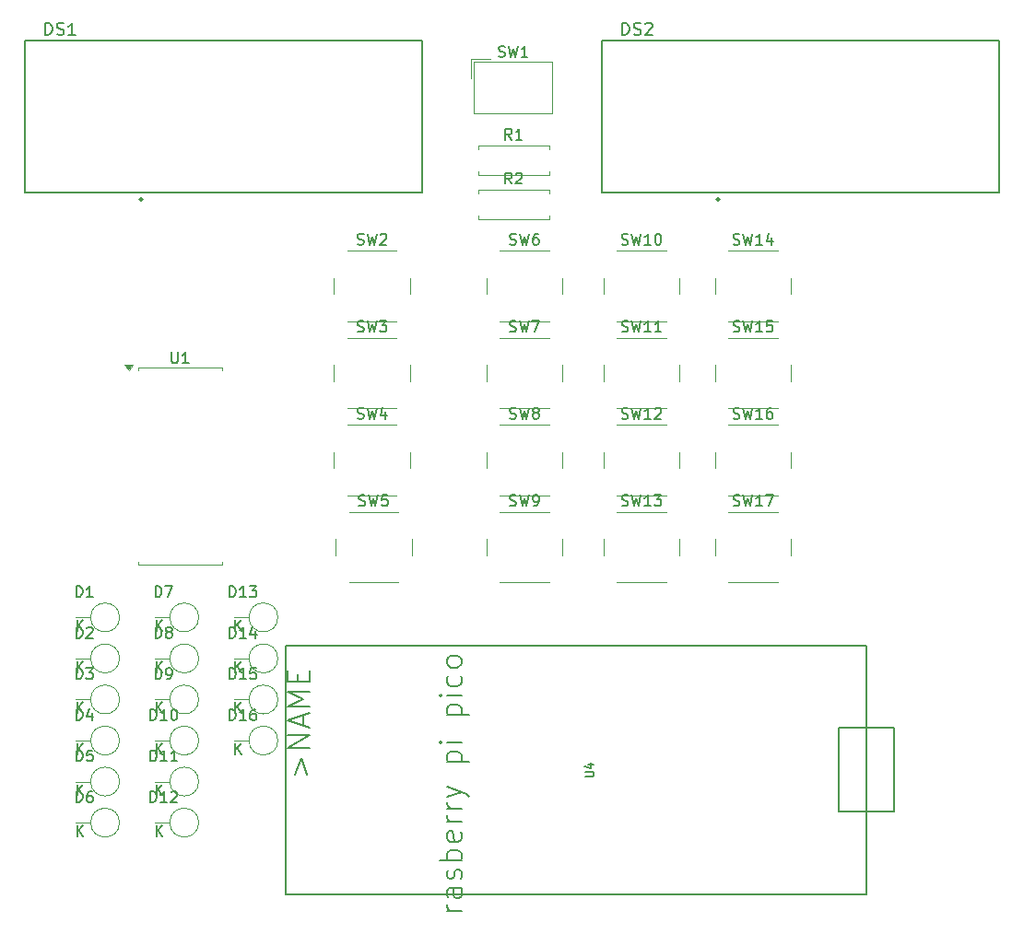
<source format=gbr>
%TF.GenerationSoftware,KiCad,Pcbnew,8.0.8*%
%TF.CreationDate,2025-05-29T15:04:49-04:00*%
%TF.ProjectId,meowwww x3,6d656f77-7777-4772-9078-332e6b696361,rev?*%
%TF.SameCoordinates,Original*%
%TF.FileFunction,Legend,Top*%
%TF.FilePolarity,Positive*%
%FSLAX46Y46*%
G04 Gerber Fmt 4.6, Leading zero omitted, Abs format (unit mm)*
G04 Created by KiCad (PCBNEW 8.0.8) date 2025-05-29 15:04:49*
%MOMM*%
%LPD*%
G01*
G04 APERTURE LIST*
%ADD10C,0.150000*%
%ADD11C,0.152400*%
%ADD12C,0.120000*%
%ADD13C,0.127000*%
%ADD14C,0.240000*%
G04 APERTURE END LIST*
D10*
X106069065Y-89599925D02*
X106706486Y-89599925D01*
X106706486Y-89599925D02*
X106781476Y-89562430D01*
X106781476Y-89562430D02*
X106818972Y-89524934D01*
X106818972Y-89524934D02*
X106856467Y-89449944D01*
X106856467Y-89449944D02*
X106856467Y-89299962D01*
X106856467Y-89299962D02*
X106818972Y-89224972D01*
X106818972Y-89224972D02*
X106781476Y-89187476D01*
X106781476Y-89187476D02*
X106706486Y-89149981D01*
X106706486Y-89149981D02*
X106069065Y-89149981D01*
X106331532Y-88437570D02*
X106856467Y-88437570D01*
X106031570Y-88625047D02*
X106594000Y-88812523D01*
X106594000Y-88812523D02*
X106594000Y-88325084D01*
X94717438Y-101936667D02*
X93384104Y-101936667D01*
X93765057Y-101936667D02*
X93574580Y-101841429D01*
X93574580Y-101841429D02*
X93479342Y-101746191D01*
X93479342Y-101746191D02*
X93384104Y-101555715D01*
X93384104Y-101555715D02*
X93384104Y-101365238D01*
X94717438Y-99841429D02*
X93669819Y-99841429D01*
X93669819Y-99841429D02*
X93479342Y-99936667D01*
X93479342Y-99936667D02*
X93384104Y-100127143D01*
X93384104Y-100127143D02*
X93384104Y-100508096D01*
X93384104Y-100508096D02*
X93479342Y-100698572D01*
X94622200Y-99841429D02*
X94717438Y-100031905D01*
X94717438Y-100031905D02*
X94717438Y-100508096D01*
X94717438Y-100508096D02*
X94622200Y-100698572D01*
X94622200Y-100698572D02*
X94431723Y-100793810D01*
X94431723Y-100793810D02*
X94241247Y-100793810D01*
X94241247Y-100793810D02*
X94050771Y-100698572D01*
X94050771Y-100698572D02*
X93955533Y-100508096D01*
X93955533Y-100508096D02*
X93955533Y-100031905D01*
X93955533Y-100031905D02*
X93860295Y-99841429D01*
X94622200Y-98984286D02*
X94717438Y-98793810D01*
X94717438Y-98793810D02*
X94717438Y-98412858D01*
X94717438Y-98412858D02*
X94622200Y-98222381D01*
X94622200Y-98222381D02*
X94431723Y-98127143D01*
X94431723Y-98127143D02*
X94336485Y-98127143D01*
X94336485Y-98127143D02*
X94146009Y-98222381D01*
X94146009Y-98222381D02*
X94050771Y-98412858D01*
X94050771Y-98412858D02*
X94050771Y-98698572D01*
X94050771Y-98698572D02*
X93955533Y-98889048D01*
X93955533Y-98889048D02*
X93765057Y-98984286D01*
X93765057Y-98984286D02*
X93669819Y-98984286D01*
X93669819Y-98984286D02*
X93479342Y-98889048D01*
X93479342Y-98889048D02*
X93384104Y-98698572D01*
X93384104Y-98698572D02*
X93384104Y-98412858D01*
X93384104Y-98412858D02*
X93479342Y-98222381D01*
X94717438Y-97270000D02*
X92717438Y-97270000D01*
X93479342Y-97270000D02*
X93384104Y-97079524D01*
X93384104Y-97079524D02*
X93384104Y-96698571D01*
X93384104Y-96698571D02*
X93479342Y-96508095D01*
X93479342Y-96508095D02*
X93574580Y-96412857D01*
X93574580Y-96412857D02*
X93765057Y-96317619D01*
X93765057Y-96317619D02*
X94336485Y-96317619D01*
X94336485Y-96317619D02*
X94526961Y-96412857D01*
X94526961Y-96412857D02*
X94622200Y-96508095D01*
X94622200Y-96508095D02*
X94717438Y-96698571D01*
X94717438Y-96698571D02*
X94717438Y-97079524D01*
X94717438Y-97079524D02*
X94622200Y-97270000D01*
X94622200Y-94698571D02*
X94717438Y-94889047D01*
X94717438Y-94889047D02*
X94717438Y-95270000D01*
X94717438Y-95270000D02*
X94622200Y-95460476D01*
X94622200Y-95460476D02*
X94431723Y-95555714D01*
X94431723Y-95555714D02*
X93669819Y-95555714D01*
X93669819Y-95555714D02*
X93479342Y-95460476D01*
X93479342Y-95460476D02*
X93384104Y-95270000D01*
X93384104Y-95270000D02*
X93384104Y-94889047D01*
X93384104Y-94889047D02*
X93479342Y-94698571D01*
X93479342Y-94698571D02*
X93669819Y-94603333D01*
X93669819Y-94603333D02*
X93860295Y-94603333D01*
X93860295Y-94603333D02*
X94050771Y-95555714D01*
X94717438Y-93746190D02*
X93384104Y-93746190D01*
X93765057Y-93746190D02*
X93574580Y-93650952D01*
X93574580Y-93650952D02*
X93479342Y-93555714D01*
X93479342Y-93555714D02*
X93384104Y-93365238D01*
X93384104Y-93365238D02*
X93384104Y-93174761D01*
X94717438Y-92508095D02*
X93384104Y-92508095D01*
X93765057Y-92508095D02*
X93574580Y-92412857D01*
X93574580Y-92412857D02*
X93479342Y-92317619D01*
X93479342Y-92317619D02*
X93384104Y-92127143D01*
X93384104Y-92127143D02*
X93384104Y-91936666D01*
X93384104Y-91460476D02*
X94717438Y-90984286D01*
X93384104Y-90508095D02*
X94717438Y-90984286D01*
X94717438Y-90984286D02*
X95193628Y-91174762D01*
X95193628Y-91174762D02*
X95288866Y-91270000D01*
X95288866Y-91270000D02*
X95384104Y-91460476D01*
X93384104Y-88222380D02*
X95384104Y-88222380D01*
X93479342Y-88222380D02*
X93384104Y-88031904D01*
X93384104Y-88031904D02*
X93384104Y-87650951D01*
X93384104Y-87650951D02*
X93479342Y-87460475D01*
X93479342Y-87460475D02*
X93574580Y-87365237D01*
X93574580Y-87365237D02*
X93765057Y-87269999D01*
X93765057Y-87269999D02*
X94336485Y-87269999D01*
X94336485Y-87269999D02*
X94526961Y-87365237D01*
X94526961Y-87365237D02*
X94622200Y-87460475D01*
X94622200Y-87460475D02*
X94717438Y-87650951D01*
X94717438Y-87650951D02*
X94717438Y-88031904D01*
X94717438Y-88031904D02*
X94622200Y-88222380D01*
X94717438Y-86412856D02*
X93384104Y-86412856D01*
X92717438Y-86412856D02*
X92812676Y-86508094D01*
X92812676Y-86508094D02*
X92907914Y-86412856D01*
X92907914Y-86412856D02*
X92812676Y-86317618D01*
X92812676Y-86317618D02*
X92717438Y-86412856D01*
X92717438Y-86412856D02*
X92907914Y-86412856D01*
X93384104Y-83936665D02*
X95384104Y-83936665D01*
X93479342Y-83936665D02*
X93384104Y-83746189D01*
X93384104Y-83746189D02*
X93384104Y-83365236D01*
X93384104Y-83365236D02*
X93479342Y-83174760D01*
X93479342Y-83174760D02*
X93574580Y-83079522D01*
X93574580Y-83079522D02*
X93765057Y-82984284D01*
X93765057Y-82984284D02*
X94336485Y-82984284D01*
X94336485Y-82984284D02*
X94526961Y-83079522D01*
X94526961Y-83079522D02*
X94622200Y-83174760D01*
X94622200Y-83174760D02*
X94717438Y-83365236D01*
X94717438Y-83365236D02*
X94717438Y-83746189D01*
X94717438Y-83746189D02*
X94622200Y-83936665D01*
X94717438Y-82127141D02*
X93384104Y-82127141D01*
X92717438Y-82127141D02*
X92812676Y-82222379D01*
X92812676Y-82222379D02*
X92907914Y-82127141D01*
X92907914Y-82127141D02*
X92812676Y-82031903D01*
X92812676Y-82031903D02*
X92717438Y-82127141D01*
X92717438Y-82127141D02*
X92907914Y-82127141D01*
X94622200Y-80317617D02*
X94717438Y-80508093D01*
X94717438Y-80508093D02*
X94717438Y-80889046D01*
X94717438Y-80889046D02*
X94622200Y-81079522D01*
X94622200Y-81079522D02*
X94526961Y-81174760D01*
X94526961Y-81174760D02*
X94336485Y-81269998D01*
X94336485Y-81269998D02*
X93765057Y-81269998D01*
X93765057Y-81269998D02*
X93574580Y-81174760D01*
X93574580Y-81174760D02*
X93479342Y-81079522D01*
X93479342Y-81079522D02*
X93384104Y-80889046D01*
X93384104Y-80889046D02*
X93384104Y-80508093D01*
X93384104Y-80508093D02*
X93479342Y-80317617D01*
X94717438Y-79174760D02*
X94622200Y-79365236D01*
X94622200Y-79365236D02*
X94526961Y-79460474D01*
X94526961Y-79460474D02*
X94336485Y-79555712D01*
X94336485Y-79555712D02*
X93765057Y-79555712D01*
X93765057Y-79555712D02*
X93574580Y-79460474D01*
X93574580Y-79460474D02*
X93479342Y-79365236D01*
X93479342Y-79365236D02*
X93384104Y-79174760D01*
X93384104Y-79174760D02*
X93384104Y-78889045D01*
X93384104Y-78889045D02*
X93479342Y-78698569D01*
X93479342Y-78698569D02*
X93574580Y-78603331D01*
X93574580Y-78603331D02*
X93765057Y-78508093D01*
X93765057Y-78508093D02*
X94336485Y-78508093D01*
X94336485Y-78508093D02*
X94526961Y-78603331D01*
X94526961Y-78603331D02*
X94622200Y-78698569D01*
X94622200Y-78698569D02*
X94717438Y-78889045D01*
X94717438Y-78889045D02*
X94717438Y-79174760D01*
X79414104Y-89396190D02*
X79985533Y-87872381D01*
X79985533Y-87872381D02*
X80556961Y-89396190D01*
X80747438Y-86920000D02*
X78747438Y-86920000D01*
X78747438Y-86920000D02*
X80747438Y-85777143D01*
X80747438Y-85777143D02*
X78747438Y-85777143D01*
X80176009Y-84920000D02*
X80176009Y-83967619D01*
X80747438Y-85110476D02*
X78747438Y-84443810D01*
X78747438Y-84443810D02*
X80747438Y-83777143D01*
X80747438Y-83110476D02*
X78747438Y-83110476D01*
X78747438Y-83110476D02*
X80176009Y-82443809D01*
X80176009Y-82443809D02*
X78747438Y-81777143D01*
X78747438Y-81777143D02*
X80747438Y-81777143D01*
X79699819Y-80824762D02*
X79699819Y-80158095D01*
X80747438Y-79872381D02*
X80747438Y-80824762D01*
X80747438Y-80824762D02*
X78747438Y-80824762D01*
X78747438Y-80824762D02*
X78747438Y-79872381D01*
X68088095Y-50569819D02*
X68088095Y-51379342D01*
X68088095Y-51379342D02*
X68135714Y-51474580D01*
X68135714Y-51474580D02*
X68183333Y-51522200D01*
X68183333Y-51522200D02*
X68278571Y-51569819D01*
X68278571Y-51569819D02*
X68469047Y-51569819D01*
X68469047Y-51569819D02*
X68564285Y-51522200D01*
X68564285Y-51522200D02*
X68611904Y-51474580D01*
X68611904Y-51474580D02*
X68659523Y-51379342D01*
X68659523Y-51379342D02*
X68659523Y-50569819D01*
X69659523Y-51569819D02*
X69088095Y-51569819D01*
X69373809Y-51569819D02*
X69373809Y-50569819D01*
X69373809Y-50569819D02*
X69278571Y-50712676D01*
X69278571Y-50712676D02*
X69183333Y-50807914D01*
X69183333Y-50807914D02*
X69088095Y-50855533D01*
X119690476Y-64657200D02*
X119833333Y-64704819D01*
X119833333Y-64704819D02*
X120071428Y-64704819D01*
X120071428Y-64704819D02*
X120166666Y-64657200D01*
X120166666Y-64657200D02*
X120214285Y-64609580D01*
X120214285Y-64609580D02*
X120261904Y-64514342D01*
X120261904Y-64514342D02*
X120261904Y-64419104D01*
X120261904Y-64419104D02*
X120214285Y-64323866D01*
X120214285Y-64323866D02*
X120166666Y-64276247D01*
X120166666Y-64276247D02*
X120071428Y-64228628D01*
X120071428Y-64228628D02*
X119880952Y-64181009D01*
X119880952Y-64181009D02*
X119785714Y-64133390D01*
X119785714Y-64133390D02*
X119738095Y-64085771D01*
X119738095Y-64085771D02*
X119690476Y-63990533D01*
X119690476Y-63990533D02*
X119690476Y-63895295D01*
X119690476Y-63895295D02*
X119738095Y-63800057D01*
X119738095Y-63800057D02*
X119785714Y-63752438D01*
X119785714Y-63752438D02*
X119880952Y-63704819D01*
X119880952Y-63704819D02*
X120119047Y-63704819D01*
X120119047Y-63704819D02*
X120261904Y-63752438D01*
X120595238Y-63704819D02*
X120833333Y-64704819D01*
X120833333Y-64704819D02*
X121023809Y-63990533D01*
X121023809Y-63990533D02*
X121214285Y-64704819D01*
X121214285Y-64704819D02*
X121452381Y-63704819D01*
X122357142Y-64704819D02*
X121785714Y-64704819D01*
X122071428Y-64704819D02*
X122071428Y-63704819D01*
X122071428Y-63704819D02*
X121976190Y-63847676D01*
X121976190Y-63847676D02*
X121880952Y-63942914D01*
X121880952Y-63942914D02*
X121785714Y-63990533D01*
X122690476Y-63704819D02*
X123357142Y-63704819D01*
X123357142Y-63704819D02*
X122928571Y-64704819D01*
X119690476Y-56657200D02*
X119833333Y-56704819D01*
X119833333Y-56704819D02*
X120071428Y-56704819D01*
X120071428Y-56704819D02*
X120166666Y-56657200D01*
X120166666Y-56657200D02*
X120214285Y-56609580D01*
X120214285Y-56609580D02*
X120261904Y-56514342D01*
X120261904Y-56514342D02*
X120261904Y-56419104D01*
X120261904Y-56419104D02*
X120214285Y-56323866D01*
X120214285Y-56323866D02*
X120166666Y-56276247D01*
X120166666Y-56276247D02*
X120071428Y-56228628D01*
X120071428Y-56228628D02*
X119880952Y-56181009D01*
X119880952Y-56181009D02*
X119785714Y-56133390D01*
X119785714Y-56133390D02*
X119738095Y-56085771D01*
X119738095Y-56085771D02*
X119690476Y-55990533D01*
X119690476Y-55990533D02*
X119690476Y-55895295D01*
X119690476Y-55895295D02*
X119738095Y-55800057D01*
X119738095Y-55800057D02*
X119785714Y-55752438D01*
X119785714Y-55752438D02*
X119880952Y-55704819D01*
X119880952Y-55704819D02*
X120119047Y-55704819D01*
X120119047Y-55704819D02*
X120261904Y-55752438D01*
X120595238Y-55704819D02*
X120833333Y-56704819D01*
X120833333Y-56704819D02*
X121023809Y-55990533D01*
X121023809Y-55990533D02*
X121214285Y-56704819D01*
X121214285Y-56704819D02*
X121452381Y-55704819D01*
X122357142Y-56704819D02*
X121785714Y-56704819D01*
X122071428Y-56704819D02*
X122071428Y-55704819D01*
X122071428Y-55704819D02*
X121976190Y-55847676D01*
X121976190Y-55847676D02*
X121880952Y-55942914D01*
X121880952Y-55942914D02*
X121785714Y-55990533D01*
X123214285Y-55704819D02*
X123023809Y-55704819D01*
X123023809Y-55704819D02*
X122928571Y-55752438D01*
X122928571Y-55752438D02*
X122880952Y-55800057D01*
X122880952Y-55800057D02*
X122785714Y-55942914D01*
X122785714Y-55942914D02*
X122738095Y-56133390D01*
X122738095Y-56133390D02*
X122738095Y-56514342D01*
X122738095Y-56514342D02*
X122785714Y-56609580D01*
X122785714Y-56609580D02*
X122833333Y-56657200D01*
X122833333Y-56657200D02*
X122928571Y-56704819D01*
X122928571Y-56704819D02*
X123119047Y-56704819D01*
X123119047Y-56704819D02*
X123214285Y-56657200D01*
X123214285Y-56657200D02*
X123261904Y-56609580D01*
X123261904Y-56609580D02*
X123309523Y-56514342D01*
X123309523Y-56514342D02*
X123309523Y-56276247D01*
X123309523Y-56276247D02*
X123261904Y-56181009D01*
X123261904Y-56181009D02*
X123214285Y-56133390D01*
X123214285Y-56133390D02*
X123119047Y-56085771D01*
X123119047Y-56085771D02*
X122928571Y-56085771D01*
X122928571Y-56085771D02*
X122833333Y-56133390D01*
X122833333Y-56133390D02*
X122785714Y-56181009D01*
X122785714Y-56181009D02*
X122738095Y-56276247D01*
X119690476Y-48657200D02*
X119833333Y-48704819D01*
X119833333Y-48704819D02*
X120071428Y-48704819D01*
X120071428Y-48704819D02*
X120166666Y-48657200D01*
X120166666Y-48657200D02*
X120214285Y-48609580D01*
X120214285Y-48609580D02*
X120261904Y-48514342D01*
X120261904Y-48514342D02*
X120261904Y-48419104D01*
X120261904Y-48419104D02*
X120214285Y-48323866D01*
X120214285Y-48323866D02*
X120166666Y-48276247D01*
X120166666Y-48276247D02*
X120071428Y-48228628D01*
X120071428Y-48228628D02*
X119880952Y-48181009D01*
X119880952Y-48181009D02*
X119785714Y-48133390D01*
X119785714Y-48133390D02*
X119738095Y-48085771D01*
X119738095Y-48085771D02*
X119690476Y-47990533D01*
X119690476Y-47990533D02*
X119690476Y-47895295D01*
X119690476Y-47895295D02*
X119738095Y-47800057D01*
X119738095Y-47800057D02*
X119785714Y-47752438D01*
X119785714Y-47752438D02*
X119880952Y-47704819D01*
X119880952Y-47704819D02*
X120119047Y-47704819D01*
X120119047Y-47704819D02*
X120261904Y-47752438D01*
X120595238Y-47704819D02*
X120833333Y-48704819D01*
X120833333Y-48704819D02*
X121023809Y-47990533D01*
X121023809Y-47990533D02*
X121214285Y-48704819D01*
X121214285Y-48704819D02*
X121452381Y-47704819D01*
X122357142Y-48704819D02*
X121785714Y-48704819D01*
X122071428Y-48704819D02*
X122071428Y-47704819D01*
X122071428Y-47704819D02*
X121976190Y-47847676D01*
X121976190Y-47847676D02*
X121880952Y-47942914D01*
X121880952Y-47942914D02*
X121785714Y-47990533D01*
X123261904Y-47704819D02*
X122785714Y-47704819D01*
X122785714Y-47704819D02*
X122738095Y-48181009D01*
X122738095Y-48181009D02*
X122785714Y-48133390D01*
X122785714Y-48133390D02*
X122880952Y-48085771D01*
X122880952Y-48085771D02*
X123119047Y-48085771D01*
X123119047Y-48085771D02*
X123214285Y-48133390D01*
X123214285Y-48133390D02*
X123261904Y-48181009D01*
X123261904Y-48181009D02*
X123309523Y-48276247D01*
X123309523Y-48276247D02*
X123309523Y-48514342D01*
X123309523Y-48514342D02*
X123261904Y-48609580D01*
X123261904Y-48609580D02*
X123214285Y-48657200D01*
X123214285Y-48657200D02*
X123119047Y-48704819D01*
X123119047Y-48704819D02*
X122880952Y-48704819D01*
X122880952Y-48704819D02*
X122785714Y-48657200D01*
X122785714Y-48657200D02*
X122738095Y-48609580D01*
X119690476Y-40657200D02*
X119833333Y-40704819D01*
X119833333Y-40704819D02*
X120071428Y-40704819D01*
X120071428Y-40704819D02*
X120166666Y-40657200D01*
X120166666Y-40657200D02*
X120214285Y-40609580D01*
X120214285Y-40609580D02*
X120261904Y-40514342D01*
X120261904Y-40514342D02*
X120261904Y-40419104D01*
X120261904Y-40419104D02*
X120214285Y-40323866D01*
X120214285Y-40323866D02*
X120166666Y-40276247D01*
X120166666Y-40276247D02*
X120071428Y-40228628D01*
X120071428Y-40228628D02*
X119880952Y-40181009D01*
X119880952Y-40181009D02*
X119785714Y-40133390D01*
X119785714Y-40133390D02*
X119738095Y-40085771D01*
X119738095Y-40085771D02*
X119690476Y-39990533D01*
X119690476Y-39990533D02*
X119690476Y-39895295D01*
X119690476Y-39895295D02*
X119738095Y-39800057D01*
X119738095Y-39800057D02*
X119785714Y-39752438D01*
X119785714Y-39752438D02*
X119880952Y-39704819D01*
X119880952Y-39704819D02*
X120119047Y-39704819D01*
X120119047Y-39704819D02*
X120261904Y-39752438D01*
X120595238Y-39704819D02*
X120833333Y-40704819D01*
X120833333Y-40704819D02*
X121023809Y-39990533D01*
X121023809Y-39990533D02*
X121214285Y-40704819D01*
X121214285Y-40704819D02*
X121452381Y-39704819D01*
X122357142Y-40704819D02*
X121785714Y-40704819D01*
X122071428Y-40704819D02*
X122071428Y-39704819D01*
X122071428Y-39704819D02*
X121976190Y-39847676D01*
X121976190Y-39847676D02*
X121880952Y-39942914D01*
X121880952Y-39942914D02*
X121785714Y-39990533D01*
X123214285Y-40038152D02*
X123214285Y-40704819D01*
X122976190Y-39657200D02*
X122738095Y-40371485D01*
X122738095Y-40371485D02*
X123357142Y-40371485D01*
X109440476Y-64657200D02*
X109583333Y-64704819D01*
X109583333Y-64704819D02*
X109821428Y-64704819D01*
X109821428Y-64704819D02*
X109916666Y-64657200D01*
X109916666Y-64657200D02*
X109964285Y-64609580D01*
X109964285Y-64609580D02*
X110011904Y-64514342D01*
X110011904Y-64514342D02*
X110011904Y-64419104D01*
X110011904Y-64419104D02*
X109964285Y-64323866D01*
X109964285Y-64323866D02*
X109916666Y-64276247D01*
X109916666Y-64276247D02*
X109821428Y-64228628D01*
X109821428Y-64228628D02*
X109630952Y-64181009D01*
X109630952Y-64181009D02*
X109535714Y-64133390D01*
X109535714Y-64133390D02*
X109488095Y-64085771D01*
X109488095Y-64085771D02*
X109440476Y-63990533D01*
X109440476Y-63990533D02*
X109440476Y-63895295D01*
X109440476Y-63895295D02*
X109488095Y-63800057D01*
X109488095Y-63800057D02*
X109535714Y-63752438D01*
X109535714Y-63752438D02*
X109630952Y-63704819D01*
X109630952Y-63704819D02*
X109869047Y-63704819D01*
X109869047Y-63704819D02*
X110011904Y-63752438D01*
X110345238Y-63704819D02*
X110583333Y-64704819D01*
X110583333Y-64704819D02*
X110773809Y-63990533D01*
X110773809Y-63990533D02*
X110964285Y-64704819D01*
X110964285Y-64704819D02*
X111202381Y-63704819D01*
X112107142Y-64704819D02*
X111535714Y-64704819D01*
X111821428Y-64704819D02*
X111821428Y-63704819D01*
X111821428Y-63704819D02*
X111726190Y-63847676D01*
X111726190Y-63847676D02*
X111630952Y-63942914D01*
X111630952Y-63942914D02*
X111535714Y-63990533D01*
X112440476Y-63704819D02*
X113059523Y-63704819D01*
X113059523Y-63704819D02*
X112726190Y-64085771D01*
X112726190Y-64085771D02*
X112869047Y-64085771D01*
X112869047Y-64085771D02*
X112964285Y-64133390D01*
X112964285Y-64133390D02*
X113011904Y-64181009D01*
X113011904Y-64181009D02*
X113059523Y-64276247D01*
X113059523Y-64276247D02*
X113059523Y-64514342D01*
X113059523Y-64514342D02*
X113011904Y-64609580D01*
X113011904Y-64609580D02*
X112964285Y-64657200D01*
X112964285Y-64657200D02*
X112869047Y-64704819D01*
X112869047Y-64704819D02*
X112583333Y-64704819D01*
X112583333Y-64704819D02*
X112488095Y-64657200D01*
X112488095Y-64657200D02*
X112440476Y-64609580D01*
X109440476Y-56657200D02*
X109583333Y-56704819D01*
X109583333Y-56704819D02*
X109821428Y-56704819D01*
X109821428Y-56704819D02*
X109916666Y-56657200D01*
X109916666Y-56657200D02*
X109964285Y-56609580D01*
X109964285Y-56609580D02*
X110011904Y-56514342D01*
X110011904Y-56514342D02*
X110011904Y-56419104D01*
X110011904Y-56419104D02*
X109964285Y-56323866D01*
X109964285Y-56323866D02*
X109916666Y-56276247D01*
X109916666Y-56276247D02*
X109821428Y-56228628D01*
X109821428Y-56228628D02*
X109630952Y-56181009D01*
X109630952Y-56181009D02*
X109535714Y-56133390D01*
X109535714Y-56133390D02*
X109488095Y-56085771D01*
X109488095Y-56085771D02*
X109440476Y-55990533D01*
X109440476Y-55990533D02*
X109440476Y-55895295D01*
X109440476Y-55895295D02*
X109488095Y-55800057D01*
X109488095Y-55800057D02*
X109535714Y-55752438D01*
X109535714Y-55752438D02*
X109630952Y-55704819D01*
X109630952Y-55704819D02*
X109869047Y-55704819D01*
X109869047Y-55704819D02*
X110011904Y-55752438D01*
X110345238Y-55704819D02*
X110583333Y-56704819D01*
X110583333Y-56704819D02*
X110773809Y-55990533D01*
X110773809Y-55990533D02*
X110964285Y-56704819D01*
X110964285Y-56704819D02*
X111202381Y-55704819D01*
X112107142Y-56704819D02*
X111535714Y-56704819D01*
X111821428Y-56704819D02*
X111821428Y-55704819D01*
X111821428Y-55704819D02*
X111726190Y-55847676D01*
X111726190Y-55847676D02*
X111630952Y-55942914D01*
X111630952Y-55942914D02*
X111535714Y-55990533D01*
X112488095Y-55800057D02*
X112535714Y-55752438D01*
X112535714Y-55752438D02*
X112630952Y-55704819D01*
X112630952Y-55704819D02*
X112869047Y-55704819D01*
X112869047Y-55704819D02*
X112964285Y-55752438D01*
X112964285Y-55752438D02*
X113011904Y-55800057D01*
X113011904Y-55800057D02*
X113059523Y-55895295D01*
X113059523Y-55895295D02*
X113059523Y-55990533D01*
X113059523Y-55990533D02*
X113011904Y-56133390D01*
X113011904Y-56133390D02*
X112440476Y-56704819D01*
X112440476Y-56704819D02*
X113059523Y-56704819D01*
X109440476Y-48657200D02*
X109583333Y-48704819D01*
X109583333Y-48704819D02*
X109821428Y-48704819D01*
X109821428Y-48704819D02*
X109916666Y-48657200D01*
X109916666Y-48657200D02*
X109964285Y-48609580D01*
X109964285Y-48609580D02*
X110011904Y-48514342D01*
X110011904Y-48514342D02*
X110011904Y-48419104D01*
X110011904Y-48419104D02*
X109964285Y-48323866D01*
X109964285Y-48323866D02*
X109916666Y-48276247D01*
X109916666Y-48276247D02*
X109821428Y-48228628D01*
X109821428Y-48228628D02*
X109630952Y-48181009D01*
X109630952Y-48181009D02*
X109535714Y-48133390D01*
X109535714Y-48133390D02*
X109488095Y-48085771D01*
X109488095Y-48085771D02*
X109440476Y-47990533D01*
X109440476Y-47990533D02*
X109440476Y-47895295D01*
X109440476Y-47895295D02*
X109488095Y-47800057D01*
X109488095Y-47800057D02*
X109535714Y-47752438D01*
X109535714Y-47752438D02*
X109630952Y-47704819D01*
X109630952Y-47704819D02*
X109869047Y-47704819D01*
X109869047Y-47704819D02*
X110011904Y-47752438D01*
X110345238Y-47704819D02*
X110583333Y-48704819D01*
X110583333Y-48704819D02*
X110773809Y-47990533D01*
X110773809Y-47990533D02*
X110964285Y-48704819D01*
X110964285Y-48704819D02*
X111202381Y-47704819D01*
X112107142Y-48704819D02*
X111535714Y-48704819D01*
X111821428Y-48704819D02*
X111821428Y-47704819D01*
X111821428Y-47704819D02*
X111726190Y-47847676D01*
X111726190Y-47847676D02*
X111630952Y-47942914D01*
X111630952Y-47942914D02*
X111535714Y-47990533D01*
X113059523Y-48704819D02*
X112488095Y-48704819D01*
X112773809Y-48704819D02*
X112773809Y-47704819D01*
X112773809Y-47704819D02*
X112678571Y-47847676D01*
X112678571Y-47847676D02*
X112583333Y-47942914D01*
X112583333Y-47942914D02*
X112488095Y-47990533D01*
X109440476Y-40657200D02*
X109583333Y-40704819D01*
X109583333Y-40704819D02*
X109821428Y-40704819D01*
X109821428Y-40704819D02*
X109916666Y-40657200D01*
X109916666Y-40657200D02*
X109964285Y-40609580D01*
X109964285Y-40609580D02*
X110011904Y-40514342D01*
X110011904Y-40514342D02*
X110011904Y-40419104D01*
X110011904Y-40419104D02*
X109964285Y-40323866D01*
X109964285Y-40323866D02*
X109916666Y-40276247D01*
X109916666Y-40276247D02*
X109821428Y-40228628D01*
X109821428Y-40228628D02*
X109630952Y-40181009D01*
X109630952Y-40181009D02*
X109535714Y-40133390D01*
X109535714Y-40133390D02*
X109488095Y-40085771D01*
X109488095Y-40085771D02*
X109440476Y-39990533D01*
X109440476Y-39990533D02*
X109440476Y-39895295D01*
X109440476Y-39895295D02*
X109488095Y-39800057D01*
X109488095Y-39800057D02*
X109535714Y-39752438D01*
X109535714Y-39752438D02*
X109630952Y-39704819D01*
X109630952Y-39704819D02*
X109869047Y-39704819D01*
X109869047Y-39704819D02*
X110011904Y-39752438D01*
X110345238Y-39704819D02*
X110583333Y-40704819D01*
X110583333Y-40704819D02*
X110773809Y-39990533D01*
X110773809Y-39990533D02*
X110964285Y-40704819D01*
X110964285Y-40704819D02*
X111202381Y-39704819D01*
X112107142Y-40704819D02*
X111535714Y-40704819D01*
X111821428Y-40704819D02*
X111821428Y-39704819D01*
X111821428Y-39704819D02*
X111726190Y-39847676D01*
X111726190Y-39847676D02*
X111630952Y-39942914D01*
X111630952Y-39942914D02*
X111535714Y-39990533D01*
X112726190Y-39704819D02*
X112821428Y-39704819D01*
X112821428Y-39704819D02*
X112916666Y-39752438D01*
X112916666Y-39752438D02*
X112964285Y-39800057D01*
X112964285Y-39800057D02*
X113011904Y-39895295D01*
X113011904Y-39895295D02*
X113059523Y-40085771D01*
X113059523Y-40085771D02*
X113059523Y-40323866D01*
X113059523Y-40323866D02*
X113011904Y-40514342D01*
X113011904Y-40514342D02*
X112964285Y-40609580D01*
X112964285Y-40609580D02*
X112916666Y-40657200D01*
X112916666Y-40657200D02*
X112821428Y-40704819D01*
X112821428Y-40704819D02*
X112726190Y-40704819D01*
X112726190Y-40704819D02*
X112630952Y-40657200D01*
X112630952Y-40657200D02*
X112583333Y-40609580D01*
X112583333Y-40609580D02*
X112535714Y-40514342D01*
X112535714Y-40514342D02*
X112488095Y-40323866D01*
X112488095Y-40323866D02*
X112488095Y-40085771D01*
X112488095Y-40085771D02*
X112535714Y-39895295D01*
X112535714Y-39895295D02*
X112583333Y-39800057D01*
X112583333Y-39800057D02*
X112630952Y-39752438D01*
X112630952Y-39752438D02*
X112726190Y-39704819D01*
X99166667Y-64657200D02*
X99309524Y-64704819D01*
X99309524Y-64704819D02*
X99547619Y-64704819D01*
X99547619Y-64704819D02*
X99642857Y-64657200D01*
X99642857Y-64657200D02*
X99690476Y-64609580D01*
X99690476Y-64609580D02*
X99738095Y-64514342D01*
X99738095Y-64514342D02*
X99738095Y-64419104D01*
X99738095Y-64419104D02*
X99690476Y-64323866D01*
X99690476Y-64323866D02*
X99642857Y-64276247D01*
X99642857Y-64276247D02*
X99547619Y-64228628D01*
X99547619Y-64228628D02*
X99357143Y-64181009D01*
X99357143Y-64181009D02*
X99261905Y-64133390D01*
X99261905Y-64133390D02*
X99214286Y-64085771D01*
X99214286Y-64085771D02*
X99166667Y-63990533D01*
X99166667Y-63990533D02*
X99166667Y-63895295D01*
X99166667Y-63895295D02*
X99214286Y-63800057D01*
X99214286Y-63800057D02*
X99261905Y-63752438D01*
X99261905Y-63752438D02*
X99357143Y-63704819D01*
X99357143Y-63704819D02*
X99595238Y-63704819D01*
X99595238Y-63704819D02*
X99738095Y-63752438D01*
X100071429Y-63704819D02*
X100309524Y-64704819D01*
X100309524Y-64704819D02*
X100500000Y-63990533D01*
X100500000Y-63990533D02*
X100690476Y-64704819D01*
X100690476Y-64704819D02*
X100928572Y-63704819D01*
X101357143Y-64704819D02*
X101547619Y-64704819D01*
X101547619Y-64704819D02*
X101642857Y-64657200D01*
X101642857Y-64657200D02*
X101690476Y-64609580D01*
X101690476Y-64609580D02*
X101785714Y-64466723D01*
X101785714Y-64466723D02*
X101833333Y-64276247D01*
X101833333Y-64276247D02*
X101833333Y-63895295D01*
X101833333Y-63895295D02*
X101785714Y-63800057D01*
X101785714Y-63800057D02*
X101738095Y-63752438D01*
X101738095Y-63752438D02*
X101642857Y-63704819D01*
X101642857Y-63704819D02*
X101452381Y-63704819D01*
X101452381Y-63704819D02*
X101357143Y-63752438D01*
X101357143Y-63752438D02*
X101309524Y-63800057D01*
X101309524Y-63800057D02*
X101261905Y-63895295D01*
X101261905Y-63895295D02*
X101261905Y-64133390D01*
X101261905Y-64133390D02*
X101309524Y-64228628D01*
X101309524Y-64228628D02*
X101357143Y-64276247D01*
X101357143Y-64276247D02*
X101452381Y-64323866D01*
X101452381Y-64323866D02*
X101642857Y-64323866D01*
X101642857Y-64323866D02*
X101738095Y-64276247D01*
X101738095Y-64276247D02*
X101785714Y-64228628D01*
X101785714Y-64228628D02*
X101833333Y-64133390D01*
X99166667Y-56657200D02*
X99309524Y-56704819D01*
X99309524Y-56704819D02*
X99547619Y-56704819D01*
X99547619Y-56704819D02*
X99642857Y-56657200D01*
X99642857Y-56657200D02*
X99690476Y-56609580D01*
X99690476Y-56609580D02*
X99738095Y-56514342D01*
X99738095Y-56514342D02*
X99738095Y-56419104D01*
X99738095Y-56419104D02*
X99690476Y-56323866D01*
X99690476Y-56323866D02*
X99642857Y-56276247D01*
X99642857Y-56276247D02*
X99547619Y-56228628D01*
X99547619Y-56228628D02*
X99357143Y-56181009D01*
X99357143Y-56181009D02*
X99261905Y-56133390D01*
X99261905Y-56133390D02*
X99214286Y-56085771D01*
X99214286Y-56085771D02*
X99166667Y-55990533D01*
X99166667Y-55990533D02*
X99166667Y-55895295D01*
X99166667Y-55895295D02*
X99214286Y-55800057D01*
X99214286Y-55800057D02*
X99261905Y-55752438D01*
X99261905Y-55752438D02*
X99357143Y-55704819D01*
X99357143Y-55704819D02*
X99595238Y-55704819D01*
X99595238Y-55704819D02*
X99738095Y-55752438D01*
X100071429Y-55704819D02*
X100309524Y-56704819D01*
X100309524Y-56704819D02*
X100500000Y-55990533D01*
X100500000Y-55990533D02*
X100690476Y-56704819D01*
X100690476Y-56704819D02*
X100928572Y-55704819D01*
X101452381Y-56133390D02*
X101357143Y-56085771D01*
X101357143Y-56085771D02*
X101309524Y-56038152D01*
X101309524Y-56038152D02*
X101261905Y-55942914D01*
X101261905Y-55942914D02*
X101261905Y-55895295D01*
X101261905Y-55895295D02*
X101309524Y-55800057D01*
X101309524Y-55800057D02*
X101357143Y-55752438D01*
X101357143Y-55752438D02*
X101452381Y-55704819D01*
X101452381Y-55704819D02*
X101642857Y-55704819D01*
X101642857Y-55704819D02*
X101738095Y-55752438D01*
X101738095Y-55752438D02*
X101785714Y-55800057D01*
X101785714Y-55800057D02*
X101833333Y-55895295D01*
X101833333Y-55895295D02*
X101833333Y-55942914D01*
X101833333Y-55942914D02*
X101785714Y-56038152D01*
X101785714Y-56038152D02*
X101738095Y-56085771D01*
X101738095Y-56085771D02*
X101642857Y-56133390D01*
X101642857Y-56133390D02*
X101452381Y-56133390D01*
X101452381Y-56133390D02*
X101357143Y-56181009D01*
X101357143Y-56181009D02*
X101309524Y-56228628D01*
X101309524Y-56228628D02*
X101261905Y-56323866D01*
X101261905Y-56323866D02*
X101261905Y-56514342D01*
X101261905Y-56514342D02*
X101309524Y-56609580D01*
X101309524Y-56609580D02*
X101357143Y-56657200D01*
X101357143Y-56657200D02*
X101452381Y-56704819D01*
X101452381Y-56704819D02*
X101642857Y-56704819D01*
X101642857Y-56704819D02*
X101738095Y-56657200D01*
X101738095Y-56657200D02*
X101785714Y-56609580D01*
X101785714Y-56609580D02*
X101833333Y-56514342D01*
X101833333Y-56514342D02*
X101833333Y-56323866D01*
X101833333Y-56323866D02*
X101785714Y-56228628D01*
X101785714Y-56228628D02*
X101738095Y-56181009D01*
X101738095Y-56181009D02*
X101642857Y-56133390D01*
X99166667Y-48657200D02*
X99309524Y-48704819D01*
X99309524Y-48704819D02*
X99547619Y-48704819D01*
X99547619Y-48704819D02*
X99642857Y-48657200D01*
X99642857Y-48657200D02*
X99690476Y-48609580D01*
X99690476Y-48609580D02*
X99738095Y-48514342D01*
X99738095Y-48514342D02*
X99738095Y-48419104D01*
X99738095Y-48419104D02*
X99690476Y-48323866D01*
X99690476Y-48323866D02*
X99642857Y-48276247D01*
X99642857Y-48276247D02*
X99547619Y-48228628D01*
X99547619Y-48228628D02*
X99357143Y-48181009D01*
X99357143Y-48181009D02*
X99261905Y-48133390D01*
X99261905Y-48133390D02*
X99214286Y-48085771D01*
X99214286Y-48085771D02*
X99166667Y-47990533D01*
X99166667Y-47990533D02*
X99166667Y-47895295D01*
X99166667Y-47895295D02*
X99214286Y-47800057D01*
X99214286Y-47800057D02*
X99261905Y-47752438D01*
X99261905Y-47752438D02*
X99357143Y-47704819D01*
X99357143Y-47704819D02*
X99595238Y-47704819D01*
X99595238Y-47704819D02*
X99738095Y-47752438D01*
X100071429Y-47704819D02*
X100309524Y-48704819D01*
X100309524Y-48704819D02*
X100500000Y-47990533D01*
X100500000Y-47990533D02*
X100690476Y-48704819D01*
X100690476Y-48704819D02*
X100928572Y-47704819D01*
X101214286Y-47704819D02*
X101880952Y-47704819D01*
X101880952Y-47704819D02*
X101452381Y-48704819D01*
X99166667Y-40657200D02*
X99309524Y-40704819D01*
X99309524Y-40704819D02*
X99547619Y-40704819D01*
X99547619Y-40704819D02*
X99642857Y-40657200D01*
X99642857Y-40657200D02*
X99690476Y-40609580D01*
X99690476Y-40609580D02*
X99738095Y-40514342D01*
X99738095Y-40514342D02*
X99738095Y-40419104D01*
X99738095Y-40419104D02*
X99690476Y-40323866D01*
X99690476Y-40323866D02*
X99642857Y-40276247D01*
X99642857Y-40276247D02*
X99547619Y-40228628D01*
X99547619Y-40228628D02*
X99357143Y-40181009D01*
X99357143Y-40181009D02*
X99261905Y-40133390D01*
X99261905Y-40133390D02*
X99214286Y-40085771D01*
X99214286Y-40085771D02*
X99166667Y-39990533D01*
X99166667Y-39990533D02*
X99166667Y-39895295D01*
X99166667Y-39895295D02*
X99214286Y-39800057D01*
X99214286Y-39800057D02*
X99261905Y-39752438D01*
X99261905Y-39752438D02*
X99357143Y-39704819D01*
X99357143Y-39704819D02*
X99595238Y-39704819D01*
X99595238Y-39704819D02*
X99738095Y-39752438D01*
X100071429Y-39704819D02*
X100309524Y-40704819D01*
X100309524Y-40704819D02*
X100500000Y-39990533D01*
X100500000Y-39990533D02*
X100690476Y-40704819D01*
X100690476Y-40704819D02*
X100928572Y-39704819D01*
X101738095Y-39704819D02*
X101547619Y-39704819D01*
X101547619Y-39704819D02*
X101452381Y-39752438D01*
X101452381Y-39752438D02*
X101404762Y-39800057D01*
X101404762Y-39800057D02*
X101309524Y-39942914D01*
X101309524Y-39942914D02*
X101261905Y-40133390D01*
X101261905Y-40133390D02*
X101261905Y-40514342D01*
X101261905Y-40514342D02*
X101309524Y-40609580D01*
X101309524Y-40609580D02*
X101357143Y-40657200D01*
X101357143Y-40657200D02*
X101452381Y-40704819D01*
X101452381Y-40704819D02*
X101642857Y-40704819D01*
X101642857Y-40704819D02*
X101738095Y-40657200D01*
X101738095Y-40657200D02*
X101785714Y-40609580D01*
X101785714Y-40609580D02*
X101833333Y-40514342D01*
X101833333Y-40514342D02*
X101833333Y-40276247D01*
X101833333Y-40276247D02*
X101785714Y-40181009D01*
X101785714Y-40181009D02*
X101738095Y-40133390D01*
X101738095Y-40133390D02*
X101642857Y-40085771D01*
X101642857Y-40085771D02*
X101452381Y-40085771D01*
X101452381Y-40085771D02*
X101357143Y-40133390D01*
X101357143Y-40133390D02*
X101309524Y-40181009D01*
X101309524Y-40181009D02*
X101261905Y-40276247D01*
X85296667Y-64657200D02*
X85439524Y-64704819D01*
X85439524Y-64704819D02*
X85677619Y-64704819D01*
X85677619Y-64704819D02*
X85772857Y-64657200D01*
X85772857Y-64657200D02*
X85820476Y-64609580D01*
X85820476Y-64609580D02*
X85868095Y-64514342D01*
X85868095Y-64514342D02*
X85868095Y-64419104D01*
X85868095Y-64419104D02*
X85820476Y-64323866D01*
X85820476Y-64323866D02*
X85772857Y-64276247D01*
X85772857Y-64276247D02*
X85677619Y-64228628D01*
X85677619Y-64228628D02*
X85487143Y-64181009D01*
X85487143Y-64181009D02*
X85391905Y-64133390D01*
X85391905Y-64133390D02*
X85344286Y-64085771D01*
X85344286Y-64085771D02*
X85296667Y-63990533D01*
X85296667Y-63990533D02*
X85296667Y-63895295D01*
X85296667Y-63895295D02*
X85344286Y-63800057D01*
X85344286Y-63800057D02*
X85391905Y-63752438D01*
X85391905Y-63752438D02*
X85487143Y-63704819D01*
X85487143Y-63704819D02*
X85725238Y-63704819D01*
X85725238Y-63704819D02*
X85868095Y-63752438D01*
X86201429Y-63704819D02*
X86439524Y-64704819D01*
X86439524Y-64704819D02*
X86630000Y-63990533D01*
X86630000Y-63990533D02*
X86820476Y-64704819D01*
X86820476Y-64704819D02*
X87058572Y-63704819D01*
X87915714Y-63704819D02*
X87439524Y-63704819D01*
X87439524Y-63704819D02*
X87391905Y-64181009D01*
X87391905Y-64181009D02*
X87439524Y-64133390D01*
X87439524Y-64133390D02*
X87534762Y-64085771D01*
X87534762Y-64085771D02*
X87772857Y-64085771D01*
X87772857Y-64085771D02*
X87868095Y-64133390D01*
X87868095Y-64133390D02*
X87915714Y-64181009D01*
X87915714Y-64181009D02*
X87963333Y-64276247D01*
X87963333Y-64276247D02*
X87963333Y-64514342D01*
X87963333Y-64514342D02*
X87915714Y-64609580D01*
X87915714Y-64609580D02*
X87868095Y-64657200D01*
X87868095Y-64657200D02*
X87772857Y-64704819D01*
X87772857Y-64704819D02*
X87534762Y-64704819D01*
X87534762Y-64704819D02*
X87439524Y-64657200D01*
X87439524Y-64657200D02*
X87391905Y-64609580D01*
X85166667Y-56657200D02*
X85309524Y-56704819D01*
X85309524Y-56704819D02*
X85547619Y-56704819D01*
X85547619Y-56704819D02*
X85642857Y-56657200D01*
X85642857Y-56657200D02*
X85690476Y-56609580D01*
X85690476Y-56609580D02*
X85738095Y-56514342D01*
X85738095Y-56514342D02*
X85738095Y-56419104D01*
X85738095Y-56419104D02*
X85690476Y-56323866D01*
X85690476Y-56323866D02*
X85642857Y-56276247D01*
X85642857Y-56276247D02*
X85547619Y-56228628D01*
X85547619Y-56228628D02*
X85357143Y-56181009D01*
X85357143Y-56181009D02*
X85261905Y-56133390D01*
X85261905Y-56133390D02*
X85214286Y-56085771D01*
X85214286Y-56085771D02*
X85166667Y-55990533D01*
X85166667Y-55990533D02*
X85166667Y-55895295D01*
X85166667Y-55895295D02*
X85214286Y-55800057D01*
X85214286Y-55800057D02*
X85261905Y-55752438D01*
X85261905Y-55752438D02*
X85357143Y-55704819D01*
X85357143Y-55704819D02*
X85595238Y-55704819D01*
X85595238Y-55704819D02*
X85738095Y-55752438D01*
X86071429Y-55704819D02*
X86309524Y-56704819D01*
X86309524Y-56704819D02*
X86500000Y-55990533D01*
X86500000Y-55990533D02*
X86690476Y-56704819D01*
X86690476Y-56704819D02*
X86928572Y-55704819D01*
X87738095Y-56038152D02*
X87738095Y-56704819D01*
X87500000Y-55657200D02*
X87261905Y-56371485D01*
X87261905Y-56371485D02*
X87880952Y-56371485D01*
X85166667Y-48657200D02*
X85309524Y-48704819D01*
X85309524Y-48704819D02*
X85547619Y-48704819D01*
X85547619Y-48704819D02*
X85642857Y-48657200D01*
X85642857Y-48657200D02*
X85690476Y-48609580D01*
X85690476Y-48609580D02*
X85738095Y-48514342D01*
X85738095Y-48514342D02*
X85738095Y-48419104D01*
X85738095Y-48419104D02*
X85690476Y-48323866D01*
X85690476Y-48323866D02*
X85642857Y-48276247D01*
X85642857Y-48276247D02*
X85547619Y-48228628D01*
X85547619Y-48228628D02*
X85357143Y-48181009D01*
X85357143Y-48181009D02*
X85261905Y-48133390D01*
X85261905Y-48133390D02*
X85214286Y-48085771D01*
X85214286Y-48085771D02*
X85166667Y-47990533D01*
X85166667Y-47990533D02*
X85166667Y-47895295D01*
X85166667Y-47895295D02*
X85214286Y-47800057D01*
X85214286Y-47800057D02*
X85261905Y-47752438D01*
X85261905Y-47752438D02*
X85357143Y-47704819D01*
X85357143Y-47704819D02*
X85595238Y-47704819D01*
X85595238Y-47704819D02*
X85738095Y-47752438D01*
X86071429Y-47704819D02*
X86309524Y-48704819D01*
X86309524Y-48704819D02*
X86500000Y-47990533D01*
X86500000Y-47990533D02*
X86690476Y-48704819D01*
X86690476Y-48704819D02*
X86928572Y-47704819D01*
X87214286Y-47704819D02*
X87833333Y-47704819D01*
X87833333Y-47704819D02*
X87500000Y-48085771D01*
X87500000Y-48085771D02*
X87642857Y-48085771D01*
X87642857Y-48085771D02*
X87738095Y-48133390D01*
X87738095Y-48133390D02*
X87785714Y-48181009D01*
X87785714Y-48181009D02*
X87833333Y-48276247D01*
X87833333Y-48276247D02*
X87833333Y-48514342D01*
X87833333Y-48514342D02*
X87785714Y-48609580D01*
X87785714Y-48609580D02*
X87738095Y-48657200D01*
X87738095Y-48657200D02*
X87642857Y-48704819D01*
X87642857Y-48704819D02*
X87357143Y-48704819D01*
X87357143Y-48704819D02*
X87261905Y-48657200D01*
X87261905Y-48657200D02*
X87214286Y-48609580D01*
X85166667Y-40657200D02*
X85309524Y-40704819D01*
X85309524Y-40704819D02*
X85547619Y-40704819D01*
X85547619Y-40704819D02*
X85642857Y-40657200D01*
X85642857Y-40657200D02*
X85690476Y-40609580D01*
X85690476Y-40609580D02*
X85738095Y-40514342D01*
X85738095Y-40514342D02*
X85738095Y-40419104D01*
X85738095Y-40419104D02*
X85690476Y-40323866D01*
X85690476Y-40323866D02*
X85642857Y-40276247D01*
X85642857Y-40276247D02*
X85547619Y-40228628D01*
X85547619Y-40228628D02*
X85357143Y-40181009D01*
X85357143Y-40181009D02*
X85261905Y-40133390D01*
X85261905Y-40133390D02*
X85214286Y-40085771D01*
X85214286Y-40085771D02*
X85166667Y-39990533D01*
X85166667Y-39990533D02*
X85166667Y-39895295D01*
X85166667Y-39895295D02*
X85214286Y-39800057D01*
X85214286Y-39800057D02*
X85261905Y-39752438D01*
X85261905Y-39752438D02*
X85357143Y-39704819D01*
X85357143Y-39704819D02*
X85595238Y-39704819D01*
X85595238Y-39704819D02*
X85738095Y-39752438D01*
X86071429Y-39704819D02*
X86309524Y-40704819D01*
X86309524Y-40704819D02*
X86500000Y-39990533D01*
X86500000Y-39990533D02*
X86690476Y-40704819D01*
X86690476Y-40704819D02*
X86928572Y-39704819D01*
X87261905Y-39800057D02*
X87309524Y-39752438D01*
X87309524Y-39752438D02*
X87404762Y-39704819D01*
X87404762Y-39704819D02*
X87642857Y-39704819D01*
X87642857Y-39704819D02*
X87738095Y-39752438D01*
X87738095Y-39752438D02*
X87785714Y-39800057D01*
X87785714Y-39800057D02*
X87833333Y-39895295D01*
X87833333Y-39895295D02*
X87833333Y-39990533D01*
X87833333Y-39990533D02*
X87785714Y-40133390D01*
X87785714Y-40133390D02*
X87214286Y-40704819D01*
X87214286Y-40704819D02*
X87833333Y-40704819D01*
X98126667Y-23387200D02*
X98269524Y-23434819D01*
X98269524Y-23434819D02*
X98507619Y-23434819D01*
X98507619Y-23434819D02*
X98602857Y-23387200D01*
X98602857Y-23387200D02*
X98650476Y-23339580D01*
X98650476Y-23339580D02*
X98698095Y-23244342D01*
X98698095Y-23244342D02*
X98698095Y-23149104D01*
X98698095Y-23149104D02*
X98650476Y-23053866D01*
X98650476Y-23053866D02*
X98602857Y-23006247D01*
X98602857Y-23006247D02*
X98507619Y-22958628D01*
X98507619Y-22958628D02*
X98317143Y-22911009D01*
X98317143Y-22911009D02*
X98221905Y-22863390D01*
X98221905Y-22863390D02*
X98174286Y-22815771D01*
X98174286Y-22815771D02*
X98126667Y-22720533D01*
X98126667Y-22720533D02*
X98126667Y-22625295D01*
X98126667Y-22625295D02*
X98174286Y-22530057D01*
X98174286Y-22530057D02*
X98221905Y-22482438D01*
X98221905Y-22482438D02*
X98317143Y-22434819D01*
X98317143Y-22434819D02*
X98555238Y-22434819D01*
X98555238Y-22434819D02*
X98698095Y-22482438D01*
X99031429Y-22434819D02*
X99269524Y-23434819D01*
X99269524Y-23434819D02*
X99460000Y-22720533D01*
X99460000Y-22720533D02*
X99650476Y-23434819D01*
X99650476Y-23434819D02*
X99888572Y-22434819D01*
X100793333Y-23434819D02*
X100221905Y-23434819D01*
X100507619Y-23434819D02*
X100507619Y-22434819D01*
X100507619Y-22434819D02*
X100412381Y-22577676D01*
X100412381Y-22577676D02*
X100317143Y-22672914D01*
X100317143Y-22672914D02*
X100221905Y-22720533D01*
X99333333Y-35084819D02*
X99000000Y-34608628D01*
X98761905Y-35084819D02*
X98761905Y-34084819D01*
X98761905Y-34084819D02*
X99142857Y-34084819D01*
X99142857Y-34084819D02*
X99238095Y-34132438D01*
X99238095Y-34132438D02*
X99285714Y-34180057D01*
X99285714Y-34180057D02*
X99333333Y-34275295D01*
X99333333Y-34275295D02*
X99333333Y-34418152D01*
X99333333Y-34418152D02*
X99285714Y-34513390D01*
X99285714Y-34513390D02*
X99238095Y-34561009D01*
X99238095Y-34561009D02*
X99142857Y-34608628D01*
X99142857Y-34608628D02*
X98761905Y-34608628D01*
X99714286Y-34180057D02*
X99761905Y-34132438D01*
X99761905Y-34132438D02*
X99857143Y-34084819D01*
X99857143Y-34084819D02*
X100095238Y-34084819D01*
X100095238Y-34084819D02*
X100190476Y-34132438D01*
X100190476Y-34132438D02*
X100238095Y-34180057D01*
X100238095Y-34180057D02*
X100285714Y-34275295D01*
X100285714Y-34275295D02*
X100285714Y-34370533D01*
X100285714Y-34370533D02*
X100238095Y-34513390D01*
X100238095Y-34513390D02*
X99666667Y-35084819D01*
X99666667Y-35084819D02*
X100285714Y-35084819D01*
X99333333Y-31034819D02*
X99000000Y-30558628D01*
X98761905Y-31034819D02*
X98761905Y-30034819D01*
X98761905Y-30034819D02*
X99142857Y-30034819D01*
X99142857Y-30034819D02*
X99238095Y-30082438D01*
X99238095Y-30082438D02*
X99285714Y-30130057D01*
X99285714Y-30130057D02*
X99333333Y-30225295D01*
X99333333Y-30225295D02*
X99333333Y-30368152D01*
X99333333Y-30368152D02*
X99285714Y-30463390D01*
X99285714Y-30463390D02*
X99238095Y-30511009D01*
X99238095Y-30511009D02*
X99142857Y-30558628D01*
X99142857Y-30558628D02*
X98761905Y-30558628D01*
X100285714Y-31034819D02*
X99714286Y-31034819D01*
X100000000Y-31034819D02*
X100000000Y-30034819D01*
X100000000Y-30034819D02*
X99904762Y-30177676D01*
X99904762Y-30177676D02*
X99809524Y-30272914D01*
X99809524Y-30272914D02*
X99714286Y-30320533D01*
X109475999Y-21419133D02*
X109475999Y-20299133D01*
X109475999Y-20299133D02*
X109742666Y-20299133D01*
X109742666Y-20299133D02*
X109902666Y-20352466D01*
X109902666Y-20352466D02*
X110009333Y-20459133D01*
X110009333Y-20459133D02*
X110062666Y-20565800D01*
X110062666Y-20565800D02*
X110115999Y-20779133D01*
X110115999Y-20779133D02*
X110115999Y-20939133D01*
X110115999Y-20939133D02*
X110062666Y-21152466D01*
X110062666Y-21152466D02*
X110009333Y-21259133D01*
X110009333Y-21259133D02*
X109902666Y-21365800D01*
X109902666Y-21365800D02*
X109742666Y-21419133D01*
X109742666Y-21419133D02*
X109475999Y-21419133D01*
X110542666Y-21365800D02*
X110702666Y-21419133D01*
X110702666Y-21419133D02*
X110969333Y-21419133D01*
X110969333Y-21419133D02*
X111075999Y-21365800D01*
X111075999Y-21365800D02*
X111129333Y-21312466D01*
X111129333Y-21312466D02*
X111182666Y-21205800D01*
X111182666Y-21205800D02*
X111182666Y-21099133D01*
X111182666Y-21099133D02*
X111129333Y-20992466D01*
X111129333Y-20992466D02*
X111075999Y-20939133D01*
X111075999Y-20939133D02*
X110969333Y-20885800D01*
X110969333Y-20885800D02*
X110755999Y-20832466D01*
X110755999Y-20832466D02*
X110649333Y-20779133D01*
X110649333Y-20779133D02*
X110595999Y-20725800D01*
X110595999Y-20725800D02*
X110542666Y-20619133D01*
X110542666Y-20619133D02*
X110542666Y-20512466D01*
X110542666Y-20512466D02*
X110595999Y-20405800D01*
X110595999Y-20405800D02*
X110649333Y-20352466D01*
X110649333Y-20352466D02*
X110755999Y-20299133D01*
X110755999Y-20299133D02*
X111022666Y-20299133D01*
X111022666Y-20299133D02*
X111182666Y-20352466D01*
X111609333Y-20405800D02*
X111662666Y-20352466D01*
X111662666Y-20352466D02*
X111769333Y-20299133D01*
X111769333Y-20299133D02*
X112036000Y-20299133D01*
X112036000Y-20299133D02*
X112142666Y-20352466D01*
X112142666Y-20352466D02*
X112196000Y-20405800D01*
X112196000Y-20405800D02*
X112249333Y-20512466D01*
X112249333Y-20512466D02*
X112249333Y-20619133D01*
X112249333Y-20619133D02*
X112196000Y-20779133D01*
X112196000Y-20779133D02*
X111556000Y-21419133D01*
X111556000Y-21419133D02*
X112249333Y-21419133D01*
X56475999Y-21419133D02*
X56475999Y-20299133D01*
X56475999Y-20299133D02*
X56742666Y-20299133D01*
X56742666Y-20299133D02*
X56902666Y-20352466D01*
X56902666Y-20352466D02*
X57009333Y-20459133D01*
X57009333Y-20459133D02*
X57062666Y-20565800D01*
X57062666Y-20565800D02*
X57115999Y-20779133D01*
X57115999Y-20779133D02*
X57115999Y-20939133D01*
X57115999Y-20939133D02*
X57062666Y-21152466D01*
X57062666Y-21152466D02*
X57009333Y-21259133D01*
X57009333Y-21259133D02*
X56902666Y-21365800D01*
X56902666Y-21365800D02*
X56742666Y-21419133D01*
X56742666Y-21419133D02*
X56475999Y-21419133D01*
X57542666Y-21365800D02*
X57702666Y-21419133D01*
X57702666Y-21419133D02*
X57969333Y-21419133D01*
X57969333Y-21419133D02*
X58075999Y-21365800D01*
X58075999Y-21365800D02*
X58129333Y-21312466D01*
X58129333Y-21312466D02*
X58182666Y-21205800D01*
X58182666Y-21205800D02*
X58182666Y-21099133D01*
X58182666Y-21099133D02*
X58129333Y-20992466D01*
X58129333Y-20992466D02*
X58075999Y-20939133D01*
X58075999Y-20939133D02*
X57969333Y-20885800D01*
X57969333Y-20885800D02*
X57755999Y-20832466D01*
X57755999Y-20832466D02*
X57649333Y-20779133D01*
X57649333Y-20779133D02*
X57595999Y-20725800D01*
X57595999Y-20725800D02*
X57542666Y-20619133D01*
X57542666Y-20619133D02*
X57542666Y-20512466D01*
X57542666Y-20512466D02*
X57595999Y-20405800D01*
X57595999Y-20405800D02*
X57649333Y-20352466D01*
X57649333Y-20352466D02*
X57755999Y-20299133D01*
X57755999Y-20299133D02*
X58022666Y-20299133D01*
X58022666Y-20299133D02*
X58182666Y-20352466D01*
X59249333Y-21419133D02*
X58609333Y-21419133D01*
X58929333Y-21419133D02*
X58929333Y-20299133D01*
X58929333Y-20299133D02*
X58822666Y-20459133D01*
X58822666Y-20459133D02*
X58716000Y-20565800D01*
X58716000Y-20565800D02*
X58609333Y-20619133D01*
X73401414Y-84401148D02*
X73401414Y-83401148D01*
X73401414Y-83401148D02*
X73639509Y-83401148D01*
X73639509Y-83401148D02*
X73782366Y-83448767D01*
X73782366Y-83448767D02*
X73877604Y-83544005D01*
X73877604Y-83544005D02*
X73925223Y-83639243D01*
X73925223Y-83639243D02*
X73972842Y-83829719D01*
X73972842Y-83829719D02*
X73972842Y-83972576D01*
X73972842Y-83972576D02*
X73925223Y-84163052D01*
X73925223Y-84163052D02*
X73877604Y-84258290D01*
X73877604Y-84258290D02*
X73782366Y-84353529D01*
X73782366Y-84353529D02*
X73639509Y-84401148D01*
X73639509Y-84401148D02*
X73401414Y-84401148D01*
X74925223Y-84401148D02*
X74353795Y-84401148D01*
X74639509Y-84401148D02*
X74639509Y-83401148D01*
X74639509Y-83401148D02*
X74544271Y-83544005D01*
X74544271Y-83544005D02*
X74449033Y-83639243D01*
X74449033Y-83639243D02*
X74353795Y-83686862D01*
X75782366Y-83401148D02*
X75591890Y-83401148D01*
X75591890Y-83401148D02*
X75496652Y-83448767D01*
X75496652Y-83448767D02*
X75449033Y-83496386D01*
X75449033Y-83496386D02*
X75353795Y-83639243D01*
X75353795Y-83639243D02*
X75306176Y-83829719D01*
X75306176Y-83829719D02*
X75306176Y-84210671D01*
X75306176Y-84210671D02*
X75353795Y-84305909D01*
X75353795Y-84305909D02*
X75401414Y-84353529D01*
X75401414Y-84353529D02*
X75496652Y-84401148D01*
X75496652Y-84401148D02*
X75687128Y-84401148D01*
X75687128Y-84401148D02*
X75782366Y-84353529D01*
X75782366Y-84353529D02*
X75829985Y-84305909D01*
X75829985Y-84305909D02*
X75877604Y-84210671D01*
X75877604Y-84210671D02*
X75877604Y-83972576D01*
X75877604Y-83972576D02*
X75829985Y-83877338D01*
X75829985Y-83877338D02*
X75782366Y-83829719D01*
X75782366Y-83829719D02*
X75687128Y-83782100D01*
X75687128Y-83782100D02*
X75496652Y-83782100D01*
X75496652Y-83782100D02*
X75401414Y-83829719D01*
X75401414Y-83829719D02*
X75353795Y-83877338D01*
X75353795Y-83877338D02*
X75306176Y-83972576D01*
X73948795Y-87527519D02*
X73948795Y-86527519D01*
X74520223Y-87527519D02*
X74091652Y-86956090D01*
X74520223Y-86527519D02*
X73948795Y-87098947D01*
X73401414Y-80628448D02*
X73401414Y-79628448D01*
X73401414Y-79628448D02*
X73639509Y-79628448D01*
X73639509Y-79628448D02*
X73782366Y-79676067D01*
X73782366Y-79676067D02*
X73877604Y-79771305D01*
X73877604Y-79771305D02*
X73925223Y-79866543D01*
X73925223Y-79866543D02*
X73972842Y-80057019D01*
X73972842Y-80057019D02*
X73972842Y-80199876D01*
X73972842Y-80199876D02*
X73925223Y-80390352D01*
X73925223Y-80390352D02*
X73877604Y-80485590D01*
X73877604Y-80485590D02*
X73782366Y-80580829D01*
X73782366Y-80580829D02*
X73639509Y-80628448D01*
X73639509Y-80628448D02*
X73401414Y-80628448D01*
X74925223Y-80628448D02*
X74353795Y-80628448D01*
X74639509Y-80628448D02*
X74639509Y-79628448D01*
X74639509Y-79628448D02*
X74544271Y-79771305D01*
X74544271Y-79771305D02*
X74449033Y-79866543D01*
X74449033Y-79866543D02*
X74353795Y-79914162D01*
X75829985Y-79628448D02*
X75353795Y-79628448D01*
X75353795Y-79628448D02*
X75306176Y-80104638D01*
X75306176Y-80104638D02*
X75353795Y-80057019D01*
X75353795Y-80057019D02*
X75449033Y-80009400D01*
X75449033Y-80009400D02*
X75687128Y-80009400D01*
X75687128Y-80009400D02*
X75782366Y-80057019D01*
X75782366Y-80057019D02*
X75829985Y-80104638D01*
X75829985Y-80104638D02*
X75877604Y-80199876D01*
X75877604Y-80199876D02*
X75877604Y-80437971D01*
X75877604Y-80437971D02*
X75829985Y-80533209D01*
X75829985Y-80533209D02*
X75782366Y-80580829D01*
X75782366Y-80580829D02*
X75687128Y-80628448D01*
X75687128Y-80628448D02*
X75449033Y-80628448D01*
X75449033Y-80628448D02*
X75353795Y-80580829D01*
X75353795Y-80580829D02*
X75306176Y-80533209D01*
X73948795Y-83754819D02*
X73948795Y-82754819D01*
X74520223Y-83754819D02*
X74091652Y-83183390D01*
X74520223Y-82754819D02*
X73948795Y-83326247D01*
X73401414Y-76855748D02*
X73401414Y-75855748D01*
X73401414Y-75855748D02*
X73639509Y-75855748D01*
X73639509Y-75855748D02*
X73782366Y-75903367D01*
X73782366Y-75903367D02*
X73877604Y-75998605D01*
X73877604Y-75998605D02*
X73925223Y-76093843D01*
X73925223Y-76093843D02*
X73972842Y-76284319D01*
X73972842Y-76284319D02*
X73972842Y-76427176D01*
X73972842Y-76427176D02*
X73925223Y-76617652D01*
X73925223Y-76617652D02*
X73877604Y-76712890D01*
X73877604Y-76712890D02*
X73782366Y-76808129D01*
X73782366Y-76808129D02*
X73639509Y-76855748D01*
X73639509Y-76855748D02*
X73401414Y-76855748D01*
X74925223Y-76855748D02*
X74353795Y-76855748D01*
X74639509Y-76855748D02*
X74639509Y-75855748D01*
X74639509Y-75855748D02*
X74544271Y-75998605D01*
X74544271Y-75998605D02*
X74449033Y-76093843D01*
X74449033Y-76093843D02*
X74353795Y-76141462D01*
X75782366Y-76189081D02*
X75782366Y-76855748D01*
X75544271Y-75808129D02*
X75306176Y-76522414D01*
X75306176Y-76522414D02*
X75925223Y-76522414D01*
X73948795Y-79982119D02*
X73948795Y-78982119D01*
X74520223Y-79982119D02*
X74091652Y-79410690D01*
X74520223Y-78982119D02*
X73948795Y-79553547D01*
X73401414Y-73082948D02*
X73401414Y-72082948D01*
X73401414Y-72082948D02*
X73639509Y-72082948D01*
X73639509Y-72082948D02*
X73782366Y-72130567D01*
X73782366Y-72130567D02*
X73877604Y-72225805D01*
X73877604Y-72225805D02*
X73925223Y-72321043D01*
X73925223Y-72321043D02*
X73972842Y-72511519D01*
X73972842Y-72511519D02*
X73972842Y-72654376D01*
X73972842Y-72654376D02*
X73925223Y-72844852D01*
X73925223Y-72844852D02*
X73877604Y-72940090D01*
X73877604Y-72940090D02*
X73782366Y-73035329D01*
X73782366Y-73035329D02*
X73639509Y-73082948D01*
X73639509Y-73082948D02*
X73401414Y-73082948D01*
X74925223Y-73082948D02*
X74353795Y-73082948D01*
X74639509Y-73082948D02*
X74639509Y-72082948D01*
X74639509Y-72082948D02*
X74544271Y-72225805D01*
X74544271Y-72225805D02*
X74449033Y-72321043D01*
X74449033Y-72321043D02*
X74353795Y-72368662D01*
X75258557Y-72082948D02*
X75877604Y-72082948D01*
X75877604Y-72082948D02*
X75544271Y-72463900D01*
X75544271Y-72463900D02*
X75687128Y-72463900D01*
X75687128Y-72463900D02*
X75782366Y-72511519D01*
X75782366Y-72511519D02*
X75829985Y-72559138D01*
X75829985Y-72559138D02*
X75877604Y-72654376D01*
X75877604Y-72654376D02*
X75877604Y-72892471D01*
X75877604Y-72892471D02*
X75829985Y-72987709D01*
X75829985Y-72987709D02*
X75782366Y-73035329D01*
X75782366Y-73035329D02*
X75687128Y-73082948D01*
X75687128Y-73082948D02*
X75401414Y-73082948D01*
X75401414Y-73082948D02*
X75306176Y-73035329D01*
X75306176Y-73035329D02*
X75258557Y-72987709D01*
X73948795Y-76209319D02*
X73948795Y-75209319D01*
X74520223Y-76209319D02*
X74091652Y-75637890D01*
X74520223Y-75209319D02*
X73948795Y-75780747D01*
X66130014Y-91946648D02*
X66130014Y-90946648D01*
X66130014Y-90946648D02*
X66368109Y-90946648D01*
X66368109Y-90946648D02*
X66510966Y-90994267D01*
X66510966Y-90994267D02*
X66606204Y-91089505D01*
X66606204Y-91089505D02*
X66653823Y-91184743D01*
X66653823Y-91184743D02*
X66701442Y-91375219D01*
X66701442Y-91375219D02*
X66701442Y-91518076D01*
X66701442Y-91518076D02*
X66653823Y-91708552D01*
X66653823Y-91708552D02*
X66606204Y-91803790D01*
X66606204Y-91803790D02*
X66510966Y-91899029D01*
X66510966Y-91899029D02*
X66368109Y-91946648D01*
X66368109Y-91946648D02*
X66130014Y-91946648D01*
X67653823Y-91946648D02*
X67082395Y-91946648D01*
X67368109Y-91946648D02*
X67368109Y-90946648D01*
X67368109Y-90946648D02*
X67272871Y-91089505D01*
X67272871Y-91089505D02*
X67177633Y-91184743D01*
X67177633Y-91184743D02*
X67082395Y-91232362D01*
X68034776Y-91041886D02*
X68082395Y-90994267D01*
X68082395Y-90994267D02*
X68177633Y-90946648D01*
X68177633Y-90946648D02*
X68415728Y-90946648D01*
X68415728Y-90946648D02*
X68510966Y-90994267D01*
X68510966Y-90994267D02*
X68558585Y-91041886D01*
X68558585Y-91041886D02*
X68606204Y-91137124D01*
X68606204Y-91137124D02*
X68606204Y-91232362D01*
X68606204Y-91232362D02*
X68558585Y-91375219D01*
X68558585Y-91375219D02*
X67987157Y-91946648D01*
X67987157Y-91946648D02*
X68606204Y-91946648D01*
X66677395Y-95073019D02*
X66677395Y-94073019D01*
X67248823Y-95073019D02*
X66820252Y-94501590D01*
X67248823Y-94073019D02*
X66677395Y-94644447D01*
X66130014Y-88173948D02*
X66130014Y-87173948D01*
X66130014Y-87173948D02*
X66368109Y-87173948D01*
X66368109Y-87173948D02*
X66510966Y-87221567D01*
X66510966Y-87221567D02*
X66606204Y-87316805D01*
X66606204Y-87316805D02*
X66653823Y-87412043D01*
X66653823Y-87412043D02*
X66701442Y-87602519D01*
X66701442Y-87602519D02*
X66701442Y-87745376D01*
X66701442Y-87745376D02*
X66653823Y-87935852D01*
X66653823Y-87935852D02*
X66606204Y-88031090D01*
X66606204Y-88031090D02*
X66510966Y-88126329D01*
X66510966Y-88126329D02*
X66368109Y-88173948D01*
X66368109Y-88173948D02*
X66130014Y-88173948D01*
X67653823Y-88173948D02*
X67082395Y-88173948D01*
X67368109Y-88173948D02*
X67368109Y-87173948D01*
X67368109Y-87173948D02*
X67272871Y-87316805D01*
X67272871Y-87316805D02*
X67177633Y-87412043D01*
X67177633Y-87412043D02*
X67082395Y-87459662D01*
X68606204Y-88173948D02*
X68034776Y-88173948D01*
X68320490Y-88173948D02*
X68320490Y-87173948D01*
X68320490Y-87173948D02*
X68225252Y-87316805D01*
X68225252Y-87316805D02*
X68130014Y-87412043D01*
X68130014Y-87412043D02*
X68034776Y-87459662D01*
X66677395Y-91300319D02*
X66677395Y-90300319D01*
X67248823Y-91300319D02*
X66820252Y-90728890D01*
X67248823Y-90300319D02*
X66677395Y-90871747D01*
X66130014Y-84401148D02*
X66130014Y-83401148D01*
X66130014Y-83401148D02*
X66368109Y-83401148D01*
X66368109Y-83401148D02*
X66510966Y-83448767D01*
X66510966Y-83448767D02*
X66606204Y-83544005D01*
X66606204Y-83544005D02*
X66653823Y-83639243D01*
X66653823Y-83639243D02*
X66701442Y-83829719D01*
X66701442Y-83829719D02*
X66701442Y-83972576D01*
X66701442Y-83972576D02*
X66653823Y-84163052D01*
X66653823Y-84163052D02*
X66606204Y-84258290D01*
X66606204Y-84258290D02*
X66510966Y-84353529D01*
X66510966Y-84353529D02*
X66368109Y-84401148D01*
X66368109Y-84401148D02*
X66130014Y-84401148D01*
X67653823Y-84401148D02*
X67082395Y-84401148D01*
X67368109Y-84401148D02*
X67368109Y-83401148D01*
X67368109Y-83401148D02*
X67272871Y-83544005D01*
X67272871Y-83544005D02*
X67177633Y-83639243D01*
X67177633Y-83639243D02*
X67082395Y-83686862D01*
X68272871Y-83401148D02*
X68368109Y-83401148D01*
X68368109Y-83401148D02*
X68463347Y-83448767D01*
X68463347Y-83448767D02*
X68510966Y-83496386D01*
X68510966Y-83496386D02*
X68558585Y-83591624D01*
X68558585Y-83591624D02*
X68606204Y-83782100D01*
X68606204Y-83782100D02*
X68606204Y-84020195D01*
X68606204Y-84020195D02*
X68558585Y-84210671D01*
X68558585Y-84210671D02*
X68510966Y-84305909D01*
X68510966Y-84305909D02*
X68463347Y-84353529D01*
X68463347Y-84353529D02*
X68368109Y-84401148D01*
X68368109Y-84401148D02*
X68272871Y-84401148D01*
X68272871Y-84401148D02*
X68177633Y-84353529D01*
X68177633Y-84353529D02*
X68130014Y-84305909D01*
X68130014Y-84305909D02*
X68082395Y-84210671D01*
X68082395Y-84210671D02*
X68034776Y-84020195D01*
X68034776Y-84020195D02*
X68034776Y-83782100D01*
X68034776Y-83782100D02*
X68082395Y-83591624D01*
X68082395Y-83591624D02*
X68130014Y-83496386D01*
X68130014Y-83496386D02*
X68177633Y-83448767D01*
X68177633Y-83448767D02*
X68272871Y-83401148D01*
X66677395Y-87527519D02*
X66677395Y-86527519D01*
X67248823Y-87527519D02*
X66820252Y-86956090D01*
X67248823Y-86527519D02*
X66677395Y-87098947D01*
X66606205Y-80628448D02*
X66606205Y-79628448D01*
X66606205Y-79628448D02*
X66844300Y-79628448D01*
X66844300Y-79628448D02*
X66987157Y-79676067D01*
X66987157Y-79676067D02*
X67082395Y-79771305D01*
X67082395Y-79771305D02*
X67130014Y-79866543D01*
X67130014Y-79866543D02*
X67177633Y-80057019D01*
X67177633Y-80057019D02*
X67177633Y-80199876D01*
X67177633Y-80199876D02*
X67130014Y-80390352D01*
X67130014Y-80390352D02*
X67082395Y-80485590D01*
X67082395Y-80485590D02*
X66987157Y-80580829D01*
X66987157Y-80580829D02*
X66844300Y-80628448D01*
X66844300Y-80628448D02*
X66606205Y-80628448D01*
X67653824Y-80628448D02*
X67844300Y-80628448D01*
X67844300Y-80628448D02*
X67939538Y-80580829D01*
X67939538Y-80580829D02*
X67987157Y-80533209D01*
X67987157Y-80533209D02*
X68082395Y-80390352D01*
X68082395Y-80390352D02*
X68130014Y-80199876D01*
X68130014Y-80199876D02*
X68130014Y-79818924D01*
X68130014Y-79818924D02*
X68082395Y-79723686D01*
X68082395Y-79723686D02*
X68034776Y-79676067D01*
X68034776Y-79676067D02*
X67939538Y-79628448D01*
X67939538Y-79628448D02*
X67749062Y-79628448D01*
X67749062Y-79628448D02*
X67653824Y-79676067D01*
X67653824Y-79676067D02*
X67606205Y-79723686D01*
X67606205Y-79723686D02*
X67558586Y-79818924D01*
X67558586Y-79818924D02*
X67558586Y-80057019D01*
X67558586Y-80057019D02*
X67606205Y-80152257D01*
X67606205Y-80152257D02*
X67653824Y-80199876D01*
X67653824Y-80199876D02*
X67749062Y-80247495D01*
X67749062Y-80247495D02*
X67939538Y-80247495D01*
X67939538Y-80247495D02*
X68034776Y-80199876D01*
X68034776Y-80199876D02*
X68082395Y-80152257D01*
X68082395Y-80152257D02*
X68130014Y-80057019D01*
X66677395Y-83754819D02*
X66677395Y-82754819D01*
X67248823Y-83754819D02*
X66820252Y-83183390D01*
X67248823Y-82754819D02*
X66677395Y-83326247D01*
X66606205Y-76855748D02*
X66606205Y-75855748D01*
X66606205Y-75855748D02*
X66844300Y-75855748D01*
X66844300Y-75855748D02*
X66987157Y-75903367D01*
X66987157Y-75903367D02*
X67082395Y-75998605D01*
X67082395Y-75998605D02*
X67130014Y-76093843D01*
X67130014Y-76093843D02*
X67177633Y-76284319D01*
X67177633Y-76284319D02*
X67177633Y-76427176D01*
X67177633Y-76427176D02*
X67130014Y-76617652D01*
X67130014Y-76617652D02*
X67082395Y-76712890D01*
X67082395Y-76712890D02*
X66987157Y-76808129D01*
X66987157Y-76808129D02*
X66844300Y-76855748D01*
X66844300Y-76855748D02*
X66606205Y-76855748D01*
X67749062Y-76284319D02*
X67653824Y-76236700D01*
X67653824Y-76236700D02*
X67606205Y-76189081D01*
X67606205Y-76189081D02*
X67558586Y-76093843D01*
X67558586Y-76093843D02*
X67558586Y-76046224D01*
X67558586Y-76046224D02*
X67606205Y-75950986D01*
X67606205Y-75950986D02*
X67653824Y-75903367D01*
X67653824Y-75903367D02*
X67749062Y-75855748D01*
X67749062Y-75855748D02*
X67939538Y-75855748D01*
X67939538Y-75855748D02*
X68034776Y-75903367D01*
X68034776Y-75903367D02*
X68082395Y-75950986D01*
X68082395Y-75950986D02*
X68130014Y-76046224D01*
X68130014Y-76046224D02*
X68130014Y-76093843D01*
X68130014Y-76093843D02*
X68082395Y-76189081D01*
X68082395Y-76189081D02*
X68034776Y-76236700D01*
X68034776Y-76236700D02*
X67939538Y-76284319D01*
X67939538Y-76284319D02*
X67749062Y-76284319D01*
X67749062Y-76284319D02*
X67653824Y-76331938D01*
X67653824Y-76331938D02*
X67606205Y-76379557D01*
X67606205Y-76379557D02*
X67558586Y-76474795D01*
X67558586Y-76474795D02*
X67558586Y-76665271D01*
X67558586Y-76665271D02*
X67606205Y-76760509D01*
X67606205Y-76760509D02*
X67653824Y-76808129D01*
X67653824Y-76808129D02*
X67749062Y-76855748D01*
X67749062Y-76855748D02*
X67939538Y-76855748D01*
X67939538Y-76855748D02*
X68034776Y-76808129D01*
X68034776Y-76808129D02*
X68082395Y-76760509D01*
X68082395Y-76760509D02*
X68130014Y-76665271D01*
X68130014Y-76665271D02*
X68130014Y-76474795D01*
X68130014Y-76474795D02*
X68082395Y-76379557D01*
X68082395Y-76379557D02*
X68034776Y-76331938D01*
X68034776Y-76331938D02*
X67939538Y-76284319D01*
X66677395Y-79982119D02*
X66677395Y-78982119D01*
X67248823Y-79982119D02*
X66820252Y-79410690D01*
X67248823Y-78982119D02*
X66677395Y-79553547D01*
X66606205Y-73082948D02*
X66606205Y-72082948D01*
X66606205Y-72082948D02*
X66844300Y-72082948D01*
X66844300Y-72082948D02*
X66987157Y-72130567D01*
X66987157Y-72130567D02*
X67082395Y-72225805D01*
X67082395Y-72225805D02*
X67130014Y-72321043D01*
X67130014Y-72321043D02*
X67177633Y-72511519D01*
X67177633Y-72511519D02*
X67177633Y-72654376D01*
X67177633Y-72654376D02*
X67130014Y-72844852D01*
X67130014Y-72844852D02*
X67082395Y-72940090D01*
X67082395Y-72940090D02*
X66987157Y-73035329D01*
X66987157Y-73035329D02*
X66844300Y-73082948D01*
X66844300Y-73082948D02*
X66606205Y-73082948D01*
X67510967Y-72082948D02*
X68177633Y-72082948D01*
X68177633Y-72082948D02*
X67749062Y-73082948D01*
X66677395Y-76209319D02*
X66677395Y-75209319D01*
X67248823Y-76209319D02*
X66820252Y-75637890D01*
X67248823Y-75209319D02*
X66677395Y-75780747D01*
X59334805Y-91946648D02*
X59334805Y-90946648D01*
X59334805Y-90946648D02*
X59572900Y-90946648D01*
X59572900Y-90946648D02*
X59715757Y-90994267D01*
X59715757Y-90994267D02*
X59810995Y-91089505D01*
X59810995Y-91089505D02*
X59858614Y-91184743D01*
X59858614Y-91184743D02*
X59906233Y-91375219D01*
X59906233Y-91375219D02*
X59906233Y-91518076D01*
X59906233Y-91518076D02*
X59858614Y-91708552D01*
X59858614Y-91708552D02*
X59810995Y-91803790D01*
X59810995Y-91803790D02*
X59715757Y-91899029D01*
X59715757Y-91899029D02*
X59572900Y-91946648D01*
X59572900Y-91946648D02*
X59334805Y-91946648D01*
X60763376Y-90946648D02*
X60572900Y-90946648D01*
X60572900Y-90946648D02*
X60477662Y-90994267D01*
X60477662Y-90994267D02*
X60430043Y-91041886D01*
X60430043Y-91041886D02*
X60334805Y-91184743D01*
X60334805Y-91184743D02*
X60287186Y-91375219D01*
X60287186Y-91375219D02*
X60287186Y-91756171D01*
X60287186Y-91756171D02*
X60334805Y-91851409D01*
X60334805Y-91851409D02*
X60382424Y-91899029D01*
X60382424Y-91899029D02*
X60477662Y-91946648D01*
X60477662Y-91946648D02*
X60668138Y-91946648D01*
X60668138Y-91946648D02*
X60763376Y-91899029D01*
X60763376Y-91899029D02*
X60810995Y-91851409D01*
X60810995Y-91851409D02*
X60858614Y-91756171D01*
X60858614Y-91756171D02*
X60858614Y-91518076D01*
X60858614Y-91518076D02*
X60810995Y-91422838D01*
X60810995Y-91422838D02*
X60763376Y-91375219D01*
X60763376Y-91375219D02*
X60668138Y-91327600D01*
X60668138Y-91327600D02*
X60477662Y-91327600D01*
X60477662Y-91327600D02*
X60382424Y-91375219D01*
X60382424Y-91375219D02*
X60334805Y-91422838D01*
X60334805Y-91422838D02*
X60287186Y-91518076D01*
X59405995Y-95073019D02*
X59405995Y-94073019D01*
X59977423Y-95073019D02*
X59548852Y-94501590D01*
X59977423Y-94073019D02*
X59405995Y-94644447D01*
X59334805Y-88173948D02*
X59334805Y-87173948D01*
X59334805Y-87173948D02*
X59572900Y-87173948D01*
X59572900Y-87173948D02*
X59715757Y-87221567D01*
X59715757Y-87221567D02*
X59810995Y-87316805D01*
X59810995Y-87316805D02*
X59858614Y-87412043D01*
X59858614Y-87412043D02*
X59906233Y-87602519D01*
X59906233Y-87602519D02*
X59906233Y-87745376D01*
X59906233Y-87745376D02*
X59858614Y-87935852D01*
X59858614Y-87935852D02*
X59810995Y-88031090D01*
X59810995Y-88031090D02*
X59715757Y-88126329D01*
X59715757Y-88126329D02*
X59572900Y-88173948D01*
X59572900Y-88173948D02*
X59334805Y-88173948D01*
X60810995Y-87173948D02*
X60334805Y-87173948D01*
X60334805Y-87173948D02*
X60287186Y-87650138D01*
X60287186Y-87650138D02*
X60334805Y-87602519D01*
X60334805Y-87602519D02*
X60430043Y-87554900D01*
X60430043Y-87554900D02*
X60668138Y-87554900D01*
X60668138Y-87554900D02*
X60763376Y-87602519D01*
X60763376Y-87602519D02*
X60810995Y-87650138D01*
X60810995Y-87650138D02*
X60858614Y-87745376D01*
X60858614Y-87745376D02*
X60858614Y-87983471D01*
X60858614Y-87983471D02*
X60810995Y-88078709D01*
X60810995Y-88078709D02*
X60763376Y-88126329D01*
X60763376Y-88126329D02*
X60668138Y-88173948D01*
X60668138Y-88173948D02*
X60430043Y-88173948D01*
X60430043Y-88173948D02*
X60334805Y-88126329D01*
X60334805Y-88126329D02*
X60287186Y-88078709D01*
X59405995Y-91300319D02*
X59405995Y-90300319D01*
X59977423Y-91300319D02*
X59548852Y-90728890D01*
X59977423Y-90300319D02*
X59405995Y-90871747D01*
X59334805Y-84401148D02*
X59334805Y-83401148D01*
X59334805Y-83401148D02*
X59572900Y-83401148D01*
X59572900Y-83401148D02*
X59715757Y-83448767D01*
X59715757Y-83448767D02*
X59810995Y-83544005D01*
X59810995Y-83544005D02*
X59858614Y-83639243D01*
X59858614Y-83639243D02*
X59906233Y-83829719D01*
X59906233Y-83829719D02*
X59906233Y-83972576D01*
X59906233Y-83972576D02*
X59858614Y-84163052D01*
X59858614Y-84163052D02*
X59810995Y-84258290D01*
X59810995Y-84258290D02*
X59715757Y-84353529D01*
X59715757Y-84353529D02*
X59572900Y-84401148D01*
X59572900Y-84401148D02*
X59334805Y-84401148D01*
X60763376Y-83734481D02*
X60763376Y-84401148D01*
X60525281Y-83353529D02*
X60287186Y-84067814D01*
X60287186Y-84067814D02*
X60906233Y-84067814D01*
X59405995Y-87527519D02*
X59405995Y-86527519D01*
X59977423Y-87527519D02*
X59548852Y-86956090D01*
X59977423Y-86527519D02*
X59405995Y-87098947D01*
X59334805Y-80628448D02*
X59334805Y-79628448D01*
X59334805Y-79628448D02*
X59572900Y-79628448D01*
X59572900Y-79628448D02*
X59715757Y-79676067D01*
X59715757Y-79676067D02*
X59810995Y-79771305D01*
X59810995Y-79771305D02*
X59858614Y-79866543D01*
X59858614Y-79866543D02*
X59906233Y-80057019D01*
X59906233Y-80057019D02*
X59906233Y-80199876D01*
X59906233Y-80199876D02*
X59858614Y-80390352D01*
X59858614Y-80390352D02*
X59810995Y-80485590D01*
X59810995Y-80485590D02*
X59715757Y-80580829D01*
X59715757Y-80580829D02*
X59572900Y-80628448D01*
X59572900Y-80628448D02*
X59334805Y-80628448D01*
X60239567Y-79628448D02*
X60858614Y-79628448D01*
X60858614Y-79628448D02*
X60525281Y-80009400D01*
X60525281Y-80009400D02*
X60668138Y-80009400D01*
X60668138Y-80009400D02*
X60763376Y-80057019D01*
X60763376Y-80057019D02*
X60810995Y-80104638D01*
X60810995Y-80104638D02*
X60858614Y-80199876D01*
X60858614Y-80199876D02*
X60858614Y-80437971D01*
X60858614Y-80437971D02*
X60810995Y-80533209D01*
X60810995Y-80533209D02*
X60763376Y-80580829D01*
X60763376Y-80580829D02*
X60668138Y-80628448D01*
X60668138Y-80628448D02*
X60382424Y-80628448D01*
X60382424Y-80628448D02*
X60287186Y-80580829D01*
X60287186Y-80580829D02*
X60239567Y-80533209D01*
X59405995Y-83754819D02*
X59405995Y-82754819D01*
X59977423Y-83754819D02*
X59548852Y-83183390D01*
X59977423Y-82754819D02*
X59405995Y-83326247D01*
X59334805Y-76855748D02*
X59334805Y-75855748D01*
X59334805Y-75855748D02*
X59572900Y-75855748D01*
X59572900Y-75855748D02*
X59715757Y-75903367D01*
X59715757Y-75903367D02*
X59810995Y-75998605D01*
X59810995Y-75998605D02*
X59858614Y-76093843D01*
X59858614Y-76093843D02*
X59906233Y-76284319D01*
X59906233Y-76284319D02*
X59906233Y-76427176D01*
X59906233Y-76427176D02*
X59858614Y-76617652D01*
X59858614Y-76617652D02*
X59810995Y-76712890D01*
X59810995Y-76712890D02*
X59715757Y-76808129D01*
X59715757Y-76808129D02*
X59572900Y-76855748D01*
X59572900Y-76855748D02*
X59334805Y-76855748D01*
X60287186Y-75950986D02*
X60334805Y-75903367D01*
X60334805Y-75903367D02*
X60430043Y-75855748D01*
X60430043Y-75855748D02*
X60668138Y-75855748D01*
X60668138Y-75855748D02*
X60763376Y-75903367D01*
X60763376Y-75903367D02*
X60810995Y-75950986D01*
X60810995Y-75950986D02*
X60858614Y-76046224D01*
X60858614Y-76046224D02*
X60858614Y-76141462D01*
X60858614Y-76141462D02*
X60810995Y-76284319D01*
X60810995Y-76284319D02*
X60239567Y-76855748D01*
X60239567Y-76855748D02*
X60858614Y-76855748D01*
X59405995Y-79982119D02*
X59405995Y-78982119D01*
X59977423Y-79982119D02*
X59548852Y-79410690D01*
X59977423Y-78982119D02*
X59405995Y-79553547D01*
X59334805Y-73082948D02*
X59334805Y-72082948D01*
X59334805Y-72082948D02*
X59572900Y-72082948D01*
X59572900Y-72082948D02*
X59715757Y-72130567D01*
X59715757Y-72130567D02*
X59810995Y-72225805D01*
X59810995Y-72225805D02*
X59858614Y-72321043D01*
X59858614Y-72321043D02*
X59906233Y-72511519D01*
X59906233Y-72511519D02*
X59906233Y-72654376D01*
X59906233Y-72654376D02*
X59858614Y-72844852D01*
X59858614Y-72844852D02*
X59810995Y-72940090D01*
X59810995Y-72940090D02*
X59715757Y-73035329D01*
X59715757Y-73035329D02*
X59572900Y-73082948D01*
X59572900Y-73082948D02*
X59334805Y-73082948D01*
X60858614Y-73082948D02*
X60287186Y-73082948D01*
X60572900Y-73082948D02*
X60572900Y-72082948D01*
X60572900Y-72082948D02*
X60477662Y-72225805D01*
X60477662Y-72225805D02*
X60382424Y-72321043D01*
X60382424Y-72321043D02*
X60287186Y-72368662D01*
X59405995Y-76209319D02*
X59405995Y-75209319D01*
X59977423Y-76209319D02*
X59548852Y-75637890D01*
X59977423Y-75209319D02*
X59405995Y-75780747D01*
D11*
%TO.C,U4*%
X131900000Y-77570000D02*
X78560000Y-77570000D01*
X78560000Y-77570000D02*
X78560000Y-100430000D01*
X78560000Y-100430000D02*
X131900000Y-100430000D01*
X131900000Y-100430000D02*
X131900000Y-77570000D01*
X134440000Y-85106690D02*
X129360000Y-85106690D01*
X129360000Y-85106690D02*
X129360000Y-92810000D01*
X129360000Y-92810000D02*
X134440000Y-92810000D01*
X134440000Y-92810000D02*
X134440000Y-85106690D01*
D12*
%TO.C,U1*%
X64990000Y-51955000D02*
X64990000Y-52200000D01*
X64990000Y-70075000D02*
X64990000Y-69830000D01*
X68850000Y-51955000D02*
X64990000Y-51955000D01*
X68850000Y-51955000D02*
X72710000Y-51955000D01*
X68850000Y-70075000D02*
X64990000Y-70075000D01*
X68850000Y-70075000D02*
X72710000Y-70075000D01*
X72710000Y-51955000D02*
X72710000Y-52200000D01*
X72710000Y-70075000D02*
X72710000Y-69830000D01*
X64137500Y-52200000D02*
X63797500Y-51730000D01*
X64477500Y-51730000D01*
X64137500Y-52200000D01*
G36*
X64137500Y-52200000D02*
G01*
X63797500Y-51730000D01*
X64477500Y-51730000D01*
X64137500Y-52200000D01*
G37*
%TO.C,SW17*%
X118000000Y-67750000D02*
X118000000Y-69250000D01*
X119250000Y-71750000D02*
X123750000Y-71750000D01*
X123750000Y-65250000D02*
X119250000Y-65250000D01*
X125000000Y-69250000D02*
X125000000Y-67750000D01*
%TO.C,SW16*%
X118000000Y-59750000D02*
X118000000Y-61250000D01*
X119250000Y-63750000D02*
X123750000Y-63750000D01*
X123750000Y-57250000D02*
X119250000Y-57250000D01*
X125000000Y-61250000D02*
X125000000Y-59750000D01*
%TO.C,SW15*%
X118000000Y-51750000D02*
X118000000Y-53250000D01*
X119250000Y-55750000D02*
X123750000Y-55750000D01*
X123750000Y-49250000D02*
X119250000Y-49250000D01*
X125000000Y-53250000D02*
X125000000Y-51750000D01*
%TO.C,SW14*%
X118000000Y-43750000D02*
X118000000Y-45250000D01*
X119250000Y-47750000D02*
X123750000Y-47750000D01*
X123750000Y-41250000D02*
X119250000Y-41250000D01*
X125000000Y-45250000D02*
X125000000Y-43750000D01*
%TO.C,SW13*%
X107750000Y-67750000D02*
X107750000Y-69250000D01*
X109000000Y-71750000D02*
X113500000Y-71750000D01*
X113500000Y-65250000D02*
X109000000Y-65250000D01*
X114750000Y-69250000D02*
X114750000Y-67750000D01*
%TO.C,SW12*%
X107750000Y-59750000D02*
X107750000Y-61250000D01*
X109000000Y-63750000D02*
X113500000Y-63750000D01*
X113500000Y-57250000D02*
X109000000Y-57250000D01*
X114750000Y-61250000D02*
X114750000Y-59750000D01*
%TO.C,SW11*%
X107750000Y-51750000D02*
X107750000Y-53250000D01*
X109000000Y-55750000D02*
X113500000Y-55750000D01*
X113500000Y-49250000D02*
X109000000Y-49250000D01*
X114750000Y-53250000D02*
X114750000Y-51750000D01*
%TO.C,SW10*%
X107750000Y-43750000D02*
X107750000Y-45250000D01*
X109000000Y-47750000D02*
X113500000Y-47750000D01*
X113500000Y-41250000D02*
X109000000Y-41250000D01*
X114750000Y-45250000D02*
X114750000Y-43750000D01*
%TO.C,SW9*%
X97000000Y-67750000D02*
X97000000Y-69250000D01*
X98250000Y-71750000D02*
X102750000Y-71750000D01*
X102750000Y-65250000D02*
X98250000Y-65250000D01*
X104000000Y-69250000D02*
X104000000Y-67750000D01*
%TO.C,SW8*%
X97000000Y-59750000D02*
X97000000Y-61250000D01*
X98250000Y-63750000D02*
X102750000Y-63750000D01*
X102750000Y-57250000D02*
X98250000Y-57250000D01*
X104000000Y-61250000D02*
X104000000Y-59750000D01*
%TO.C,SW7*%
X97000000Y-51750000D02*
X97000000Y-53250000D01*
X98250000Y-55750000D02*
X102750000Y-55750000D01*
X102750000Y-49250000D02*
X98250000Y-49250000D01*
X104000000Y-53250000D02*
X104000000Y-51750000D01*
%TO.C,SW6*%
X97000000Y-43750000D02*
X97000000Y-45250000D01*
X98250000Y-47750000D02*
X102750000Y-47750000D01*
X102750000Y-41250000D02*
X98250000Y-41250000D01*
X104000000Y-45250000D02*
X104000000Y-43750000D01*
%TO.C,SW5*%
X83130000Y-67750000D02*
X83130000Y-69250000D01*
X84380000Y-71750000D02*
X88880000Y-71750000D01*
X88880000Y-65250000D02*
X84380000Y-65250000D01*
X90130000Y-69250000D02*
X90130000Y-67750000D01*
%TO.C,SW4*%
X83000000Y-59750000D02*
X83000000Y-61250000D01*
X84250000Y-63750000D02*
X88750000Y-63750000D01*
X88750000Y-57250000D02*
X84250000Y-57250000D01*
X90000000Y-61250000D02*
X90000000Y-59750000D01*
%TO.C,SW3*%
X83000000Y-51750000D02*
X83000000Y-53250000D01*
X84250000Y-55750000D02*
X88750000Y-55750000D01*
X88750000Y-49250000D02*
X84250000Y-49250000D01*
X90000000Y-53250000D02*
X90000000Y-51750000D01*
%TO.C,SW2*%
X83000000Y-43750000D02*
X83000000Y-45250000D01*
X84250000Y-47750000D02*
X88750000Y-47750000D01*
X88750000Y-41250000D02*
X84250000Y-41250000D01*
X90000000Y-45250000D02*
X90000000Y-43750000D01*
%TO.C,SW1*%
X95620000Y-23640000D02*
X97360000Y-23640000D01*
X95620000Y-25380000D02*
X95620000Y-23640000D01*
X95860000Y-23880000D02*
X95860000Y-28580000D01*
X95860000Y-28580000D02*
X103060000Y-28580000D01*
X103060000Y-23880000D02*
X95860000Y-23880000D01*
X103060000Y-28580000D02*
X103060000Y-23880000D01*
%TO.C,R2*%
X96230000Y-35630000D02*
X102770000Y-35630000D01*
X96230000Y-35960000D02*
X96230000Y-35630000D01*
X96230000Y-38040000D02*
X96230000Y-38370000D01*
X96230000Y-38370000D02*
X102770000Y-38370000D01*
X102770000Y-35630000D02*
X102770000Y-35960000D01*
X102770000Y-38370000D02*
X102770000Y-38040000D01*
%TO.C,R1*%
X96230000Y-31580000D02*
X102770000Y-31580000D01*
X96230000Y-31910000D02*
X96230000Y-31580000D01*
X96230000Y-33990000D02*
X96230000Y-34320000D01*
X96230000Y-34320000D02*
X102770000Y-34320000D01*
X102770000Y-31580000D02*
X102770000Y-31910000D01*
X102770000Y-34320000D02*
X102770000Y-33990000D01*
D13*
%TO.C,DS2*%
X107630000Y-35920000D02*
X107630000Y-21920000D01*
X107630000Y-21920000D02*
X144130000Y-21920000D01*
X144130000Y-21920000D02*
X144130000Y-35920000D01*
X144130000Y-35920000D02*
X107630000Y-35920000D01*
D14*
X118400000Y-36520000D02*
G75*
G02*
X118160000Y-36520000I-120000J0D01*
G01*
X118160000Y-36520000D02*
G75*
G02*
X118400000Y-36520000I120000J0D01*
G01*
D13*
%TO.C,DS1*%
X54630000Y-35920000D02*
X54630000Y-21920000D01*
X54630000Y-21920000D02*
X91130000Y-21920000D01*
X91130000Y-21920000D02*
X91130000Y-35920000D01*
X91130000Y-35920000D02*
X54630000Y-35920000D01*
D14*
X65400000Y-36520000D02*
G75*
G02*
X65160000Y-36520000I-120000J0D01*
G01*
X65160000Y-36520000D02*
G75*
G02*
X65400000Y-36520000I120000J0D01*
G01*
D12*
%TO.C,D16*%
X75194329Y-86272700D02*
X73810700Y-86272700D01*
X77847071Y-86272700D02*
G75*
G02*
X75194329Y-86272700I-1326371J0D01*
G01*
X75194329Y-86272700D02*
G75*
G02*
X77847071Y-86272700I1326371J0D01*
G01*
%TO.C,D15*%
X75194329Y-82500000D02*
X73810700Y-82500000D01*
X77847071Y-82500000D02*
G75*
G02*
X75194329Y-82500000I-1326371J0D01*
G01*
X75194329Y-82500000D02*
G75*
G02*
X77847071Y-82500000I1326371J0D01*
G01*
%TO.C,D14*%
X75194329Y-78727300D02*
X73810700Y-78727300D01*
X77847071Y-78727300D02*
G75*
G02*
X75194329Y-78727300I-1326371J0D01*
G01*
X75194329Y-78727300D02*
G75*
G02*
X77847071Y-78727300I1326371J0D01*
G01*
%TO.C,D13*%
X75194329Y-74954500D02*
X73810700Y-74954500D01*
X77847071Y-74954500D02*
G75*
G02*
X75194329Y-74954500I-1326371J0D01*
G01*
X75194329Y-74954500D02*
G75*
G02*
X77847071Y-74954500I1326371J0D01*
G01*
%TO.C,D12*%
X67922929Y-93818200D02*
X66539300Y-93818200D01*
X70575671Y-93818200D02*
G75*
G02*
X67922929Y-93818200I-1326371J0D01*
G01*
X67922929Y-93818200D02*
G75*
G02*
X70575671Y-93818200I1326371J0D01*
G01*
%TO.C,D11*%
X67922929Y-90045500D02*
X66539300Y-90045500D01*
X70575671Y-90045500D02*
G75*
G02*
X67922929Y-90045500I-1326371J0D01*
G01*
X67922929Y-90045500D02*
G75*
G02*
X70575671Y-90045500I1326371J0D01*
G01*
%TO.C,D10*%
X67922929Y-86272700D02*
X66539300Y-86272700D01*
X70575671Y-86272700D02*
G75*
G02*
X67922929Y-86272700I-1326371J0D01*
G01*
X67922929Y-86272700D02*
G75*
G02*
X70575671Y-86272700I1326371J0D01*
G01*
%TO.C,D9*%
X67922929Y-82500000D02*
X66539300Y-82500000D01*
X70575671Y-82500000D02*
G75*
G02*
X67922929Y-82500000I-1326371J0D01*
G01*
X67922929Y-82500000D02*
G75*
G02*
X70575671Y-82500000I1326371J0D01*
G01*
%TO.C,D8*%
X67922929Y-78727300D02*
X66539300Y-78727300D01*
X70575671Y-78727300D02*
G75*
G02*
X67922929Y-78727300I-1326371J0D01*
G01*
X67922929Y-78727300D02*
G75*
G02*
X70575671Y-78727300I1326371J0D01*
G01*
%TO.C,D7*%
X67922929Y-74954500D02*
X66539300Y-74954500D01*
X70575671Y-74954500D02*
G75*
G02*
X67922929Y-74954500I-1326371J0D01*
G01*
X67922929Y-74954500D02*
G75*
G02*
X70575671Y-74954500I1326371J0D01*
G01*
%TO.C,D6*%
X60651529Y-93818200D02*
X59267900Y-93818200D01*
X63304271Y-93818200D02*
G75*
G02*
X60651529Y-93818200I-1326371J0D01*
G01*
X60651529Y-93818200D02*
G75*
G02*
X63304271Y-93818200I1326371J0D01*
G01*
%TO.C,D5*%
X60651529Y-90045500D02*
X59267900Y-90045500D01*
X63304271Y-90045500D02*
G75*
G02*
X60651529Y-90045500I-1326371J0D01*
G01*
X60651529Y-90045500D02*
G75*
G02*
X63304271Y-90045500I1326371J0D01*
G01*
%TO.C,D4*%
X60651529Y-86272700D02*
X59267900Y-86272700D01*
X63304271Y-86272700D02*
G75*
G02*
X60651529Y-86272700I-1326371J0D01*
G01*
X60651529Y-86272700D02*
G75*
G02*
X63304271Y-86272700I1326371J0D01*
G01*
%TO.C,D3*%
X60651529Y-82500000D02*
X59267900Y-82500000D01*
X63304271Y-82500000D02*
G75*
G02*
X60651529Y-82500000I-1326371J0D01*
G01*
X60651529Y-82500000D02*
G75*
G02*
X63304271Y-82500000I1326371J0D01*
G01*
%TO.C,D2*%
X60651529Y-78727300D02*
X59267900Y-78727300D01*
X63304271Y-78727300D02*
G75*
G02*
X60651529Y-78727300I-1326371J0D01*
G01*
X60651529Y-78727300D02*
G75*
G02*
X63304271Y-78727300I1326371J0D01*
G01*
%TO.C,D1*%
X60651529Y-74954500D02*
X59267900Y-74954500D01*
X63304271Y-74954500D02*
G75*
G02*
X60651529Y-74954500I-1326371J0D01*
G01*
X60651529Y-74954500D02*
G75*
G02*
X63304271Y-74954500I1326371J0D01*
G01*
%TD*%
M02*

</source>
